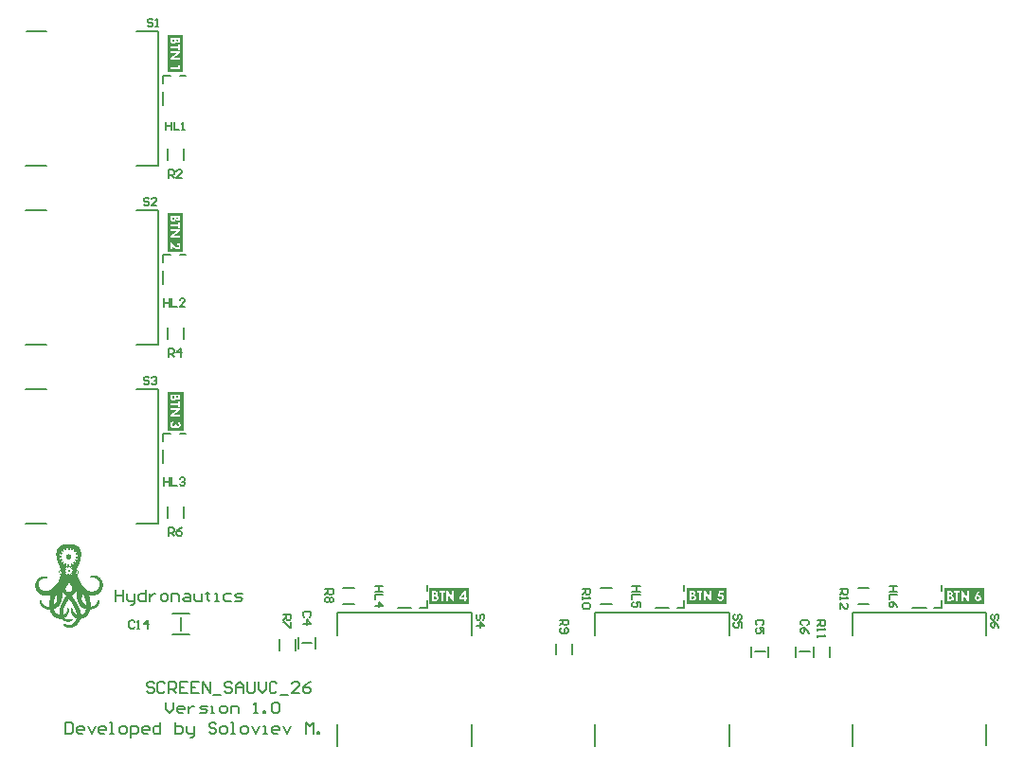
<source format=gto>
G04*
G04 #@! TF.GenerationSoftware,Altium Limited,Altium Designer,23.3.1 (30)*
G04*
G04 Layer_Color=65535*
%FSLAX44Y44*%
%MOMM*%
G71*
G04*
G04 #@! TF.SameCoordinates,351FD183-007B-45CA-81C2-1D2A0FC3FDAE*
G04*
G04*
G04 #@! TF.FilePolarity,Positive*
G04*
G01*
G75*
%ADD10C,0.1500*%
%ADD11C,0.2000*%
G36*
X44071Y183836D02*
X45004D01*
Y183743D01*
X45563D01*
Y183649D01*
X46123D01*
Y183556D01*
X46589D01*
Y183463D01*
X46963D01*
Y183369D01*
X47242D01*
Y183276D01*
X47616D01*
Y183183D01*
X47895D01*
Y183090D01*
X48082D01*
Y182996D01*
X48362D01*
Y182903D01*
X48548D01*
Y182810D01*
X48828D01*
Y182716D01*
X49015D01*
Y182623D01*
X49108D01*
Y182530D01*
X49295D01*
Y182437D01*
X49481D01*
Y182343D01*
X49668D01*
Y182250D01*
X49854D01*
Y182157D01*
X49948D01*
Y182063D01*
X50041D01*
Y181970D01*
X50228D01*
Y181877D01*
X50321D01*
Y181784D01*
X50507D01*
Y181690D01*
X50601D01*
Y181597D01*
X50694D01*
Y181504D01*
X50787D01*
Y181410D01*
X50881D01*
Y181317D01*
X50974D01*
Y181224D01*
X51067D01*
Y181131D01*
X51160D01*
Y181037D01*
X51254D01*
Y180944D01*
X51347D01*
Y180851D01*
X51440D01*
Y180757D01*
X51534D01*
Y180664D01*
X51627D01*
Y180571D01*
X51720D01*
Y180384D01*
X51813D01*
Y180291D01*
X51907D01*
Y180105D01*
X52000D01*
Y180011D01*
X52093D01*
Y179825D01*
X52187D01*
Y179731D01*
X52280D01*
Y179545D01*
X52373D01*
Y179358D01*
X52466D01*
Y179172D01*
X52560D01*
Y178985D01*
X52653D01*
Y178705D01*
X52746D01*
Y178425D01*
X52839D01*
Y178239D01*
X52933D01*
Y177866D01*
X53026D01*
Y177493D01*
X53119D01*
Y177119D01*
X53213D01*
Y176560D01*
X53306D01*
Y175534D01*
X53399D01*
Y174228D01*
X53306D01*
Y173015D01*
X53213D01*
Y172269D01*
X53119D01*
Y171709D01*
X53026D01*
Y171243D01*
X52933D01*
Y170776D01*
X52839D01*
Y170310D01*
X52746D01*
Y169937D01*
X52653D01*
Y169563D01*
X52560D01*
Y169284D01*
X52466D01*
Y168910D01*
X52373D01*
Y168631D01*
X52280D01*
Y168351D01*
X52187D01*
Y167978D01*
X52093D01*
Y167698D01*
X52000D01*
Y167418D01*
X51907D01*
Y167138D01*
X51813D01*
Y166858D01*
X51720D01*
Y166672D01*
X51627D01*
Y166392D01*
X51534D01*
Y166112D01*
X51440D01*
Y165832D01*
X51347D01*
Y165646D01*
X51254D01*
Y165366D01*
X51160D01*
Y165179D01*
X51067D01*
Y164899D01*
X50974D01*
Y164713D01*
X50881D01*
Y164526D01*
X50787D01*
Y164246D01*
X50694D01*
Y164060D01*
X50601D01*
Y163873D01*
X50507D01*
Y163687D01*
X50414D01*
Y163407D01*
X50321D01*
Y163220D01*
X50228D01*
Y163034D01*
X50134D01*
Y162847D01*
X50041D01*
Y162660D01*
X49948D01*
Y162474D01*
X49854D01*
Y162287D01*
X49761D01*
Y162101D01*
X49668D01*
Y161914D01*
X49575D01*
Y161728D01*
X49481D01*
Y161541D01*
X49388D01*
Y161261D01*
X49575D01*
Y161168D01*
X49668D01*
Y161075D01*
X49761D01*
Y160981D01*
X49854D01*
Y160888D01*
X49948D01*
Y160795D01*
X50041D01*
Y160702D01*
X50134D01*
Y160608D01*
X50228D01*
Y160515D01*
X50321D01*
Y160328D01*
X50414D01*
Y160235D01*
X50507D01*
Y160049D01*
X50601D01*
Y159862D01*
X50694D01*
Y159582D01*
X50787D01*
Y159302D01*
X50881D01*
Y158090D01*
X50787D01*
Y157810D01*
X50694D01*
Y157530D01*
X50601D01*
Y157343D01*
X50507D01*
Y157250D01*
X50414D01*
Y157063D01*
X50321D01*
Y156784D01*
X50228D01*
Y156597D01*
X50134D01*
Y156317D01*
X50041D01*
Y156131D01*
X49948D01*
Y155851D01*
X50041D01*
Y155571D01*
X50134D01*
Y155384D01*
X50228D01*
Y155105D01*
X50321D01*
Y154825D01*
X50414D01*
Y154638D01*
X50507D01*
Y154358D01*
X50601D01*
Y154172D01*
X50694D01*
Y153892D01*
X50787D01*
Y153705D01*
X50881D01*
Y153519D01*
X50974D01*
Y153239D01*
X51067D01*
Y153052D01*
X51160D01*
Y152866D01*
X51254D01*
Y152586D01*
X51347D01*
Y152399D01*
X51440D01*
Y152213D01*
X51534D01*
Y152026D01*
X51627D01*
Y151746D01*
X51720D01*
Y151560D01*
X51813D01*
Y151373D01*
X51907D01*
Y151187D01*
X52000D01*
Y151000D01*
X52093D01*
Y150813D01*
X52187D01*
Y150627D01*
X52280D01*
Y150440D01*
X52373D01*
Y150254D01*
X52466D01*
Y150067D01*
X52560D01*
Y149881D01*
X52653D01*
Y149694D01*
X52746D01*
Y149507D01*
X52839D01*
Y149414D01*
X52933D01*
Y149228D01*
X53026D01*
Y149041D01*
X53119D01*
Y148855D01*
X53213D01*
Y148761D01*
X53306D01*
Y148575D01*
X53399D01*
Y148388D01*
X53492D01*
Y148202D01*
X53586D01*
Y148108D01*
X53679D01*
Y147922D01*
X53772D01*
Y147828D01*
X53866D01*
Y147642D01*
X53959D01*
Y147549D01*
X54052D01*
Y147362D01*
X54145D01*
Y147175D01*
X54239D01*
Y147082D01*
X54332D01*
Y146896D01*
X54425D01*
Y146802D01*
X54519D01*
Y146709D01*
X54612D01*
Y146522D01*
X54705D01*
Y146429D01*
X54798D01*
Y146243D01*
X54892D01*
Y146149D01*
X54985D01*
Y146056D01*
X55078D01*
Y145869D01*
X55172D01*
Y145776D01*
X55265D01*
Y145683D01*
X55358D01*
Y145590D01*
X55451D01*
Y145496D01*
X55545D01*
Y145310D01*
X55638D01*
Y145216D01*
X55731D01*
Y145123D01*
X55825D01*
Y145030D01*
X55918D01*
Y144937D01*
X56011D01*
Y144750D01*
X56104D01*
Y144657D01*
X56198D01*
Y144563D01*
X56291D01*
Y144470D01*
X56384D01*
Y144377D01*
X56478D01*
Y144284D01*
X56571D01*
Y144190D01*
X56664D01*
Y144097D01*
X56757D01*
Y144004D01*
X56851D01*
Y143910D01*
X56944D01*
Y143817D01*
X57037D01*
Y143724D01*
X57131D01*
Y143631D01*
X57317D01*
Y143537D01*
X57410D01*
Y143444D01*
X57504D01*
Y143351D01*
X57597D01*
Y143257D01*
X57690D01*
Y143164D01*
X57877D01*
Y143071D01*
X57970D01*
Y142978D01*
X58063D01*
Y142884D01*
X58250D01*
Y142791D01*
X58343D01*
Y142698D01*
X58530D01*
Y142605D01*
X58623D01*
Y142511D01*
X58810D01*
Y142418D01*
X58996D01*
Y142325D01*
X59183D01*
Y142231D01*
X59276D01*
Y142138D01*
X59556D01*
Y142045D01*
X59742D01*
Y141952D01*
X59929D01*
Y141858D01*
X60209D01*
Y141765D01*
X60489D01*
Y141672D01*
X60862D01*
Y141578D01*
X61328D01*
Y141485D01*
X62168D01*
Y141392D01*
X63287D01*
Y141485D01*
X64220D01*
Y141578D01*
X64687D01*
Y141672D01*
X65060D01*
Y141765D01*
X65339D01*
Y141858D01*
X65619D01*
Y141952D01*
X65899D01*
Y142045D01*
X66086D01*
Y142138D01*
X66272D01*
Y142231D01*
X66459D01*
Y142325D01*
X66645D01*
Y142418D01*
X66739D01*
Y142511D01*
X66925D01*
Y142605D01*
X67019D01*
Y142698D01*
X67205D01*
Y142791D01*
X67298D01*
Y142884D01*
X67392D01*
Y142978D01*
X67485D01*
Y143071D01*
X67578D01*
Y143164D01*
X67672D01*
Y143257D01*
X67765D01*
Y143351D01*
X67858D01*
Y143444D01*
X67951D01*
Y143537D01*
X68045D01*
Y143631D01*
X68138D01*
Y143724D01*
X68231D01*
Y143817D01*
X68325D01*
Y144004D01*
X68418D01*
Y144097D01*
X68511D01*
Y144284D01*
X68604D01*
Y144470D01*
X68698D01*
Y144563D01*
X68791D01*
Y144750D01*
X68884D01*
Y144937D01*
X68978D01*
Y145216D01*
X69071D01*
Y145403D01*
X69164D01*
Y145683D01*
X69257D01*
Y145963D01*
X69351D01*
Y146336D01*
X69444D01*
Y146896D01*
X69537D01*
Y148948D01*
X69444D01*
Y149507D01*
X69351D01*
Y149787D01*
X69257D01*
Y150160D01*
X69164D01*
Y150440D01*
X69071D01*
Y150627D01*
X68978D01*
Y150813D01*
X68884D01*
Y151000D01*
X68791D01*
Y151187D01*
X68698D01*
Y151373D01*
X68604D01*
Y151466D01*
X68511D01*
Y151560D01*
X68418D01*
Y151746D01*
X68325D01*
Y151840D01*
X68231D01*
Y151933D01*
X68138D01*
Y152026D01*
X68045D01*
Y152119D01*
X67951D01*
Y152213D01*
X67858D01*
Y152306D01*
X67765D01*
Y152399D01*
X67672D01*
Y152493D01*
X67485D01*
Y152586D01*
X67392D01*
Y152679D01*
X67298D01*
Y152772D01*
X67112D01*
Y152866D01*
X67019D01*
Y152959D01*
X66832D01*
Y153052D01*
X66645D01*
Y153146D01*
X66459D01*
Y153239D01*
X66179D01*
Y153332D01*
X65992D01*
Y153425D01*
X65713D01*
Y153519D01*
X65433D01*
Y153612D01*
X65060D01*
Y153705D01*
X64687D01*
Y153799D01*
X64127D01*
Y153892D01*
X62075D01*
Y153985D01*
X61888D01*
Y154078D01*
X61701D01*
Y154265D01*
X61608D01*
Y154545D01*
X61701D01*
Y154731D01*
X61795D01*
Y154918D01*
X61888D01*
Y155011D01*
X61981D01*
Y155105D01*
X62168D01*
Y155198D01*
X62261D01*
Y155291D01*
X62448D01*
Y155384D01*
X62634D01*
Y155478D01*
X62914D01*
Y155571D01*
X63287D01*
Y155664D01*
X63847D01*
Y155757D01*
X65433D01*
Y155664D01*
X65992D01*
Y155571D01*
X66366D01*
Y155478D01*
X66739D01*
Y155384D01*
X67019D01*
Y155291D01*
X67298D01*
Y155198D01*
X67578D01*
Y155105D01*
X67765D01*
Y155011D01*
X67951D01*
Y154918D01*
X68138D01*
Y154825D01*
X68325D01*
Y154731D01*
X68511D01*
Y154638D01*
X68604D01*
Y154545D01*
X68791D01*
Y154452D01*
X68978D01*
Y154358D01*
X69071D01*
Y154265D01*
X69257D01*
Y154172D01*
X69351D01*
Y154078D01*
X69444D01*
Y153985D01*
X69537D01*
Y153892D01*
X69724D01*
Y153799D01*
X69817D01*
Y153705D01*
X69910D01*
Y153612D01*
X70004D01*
Y153519D01*
X70097D01*
Y153425D01*
X70190D01*
Y153332D01*
X70284D01*
Y153239D01*
X70377D01*
Y153146D01*
X70470D01*
Y153052D01*
X70563D01*
Y152959D01*
X70657D01*
Y152866D01*
X70750D01*
Y152679D01*
X70843D01*
Y152586D01*
X70937D01*
Y152493D01*
X71030D01*
Y152399D01*
X71123D01*
Y152213D01*
X71216D01*
Y152119D01*
X71310D01*
Y151933D01*
X71403D01*
Y151746D01*
X71496D01*
Y151653D01*
X71589D01*
Y151466D01*
X71683D01*
Y151280D01*
X71776D01*
Y151093D01*
X71869D01*
Y150907D01*
X71963D01*
Y150720D01*
X72056D01*
Y150440D01*
X72149D01*
Y150254D01*
X72242D01*
Y149974D01*
X72336D01*
Y149694D01*
X72429D01*
Y149414D01*
X72522D01*
Y149041D01*
X72616D01*
Y148575D01*
X72709D01*
Y148015D01*
X72802D01*
Y145590D01*
X72709D01*
Y145030D01*
X72616D01*
Y144657D01*
X72522D01*
Y144284D01*
X72429D01*
Y144004D01*
X72336D01*
Y143724D01*
X72242D01*
Y143444D01*
X72149D01*
Y143257D01*
X72056D01*
Y142978D01*
X71963D01*
Y142791D01*
X71869D01*
Y142605D01*
X71776D01*
Y142418D01*
X71683D01*
Y142231D01*
X71589D01*
Y142138D01*
X71496D01*
Y141952D01*
X71403D01*
Y141765D01*
X71310D01*
Y141672D01*
X71216D01*
Y141485D01*
X71123D01*
Y141392D01*
X71030D01*
Y141205D01*
X70937D01*
Y141112D01*
X70843D01*
Y140925D01*
X70750D01*
Y140832D01*
X70657D01*
Y140739D01*
X70563D01*
Y140646D01*
X70470D01*
Y140552D01*
X70377D01*
Y140366D01*
X70284D01*
Y140272D01*
X70190D01*
Y140179D01*
X70097D01*
Y140086D01*
X70004D01*
Y139993D01*
X69817D01*
Y139899D01*
X69724D01*
Y139806D01*
X69631D01*
Y139713D01*
X69537D01*
Y139619D01*
X69351D01*
Y139526D01*
X69257D01*
Y139433D01*
X69164D01*
Y139340D01*
X68978D01*
Y139246D01*
X68791D01*
Y139153D01*
X68698D01*
Y139060D01*
X68511D01*
Y138966D01*
X68325D01*
Y138873D01*
X68138D01*
Y138780D01*
X67951D01*
Y138687D01*
X67672D01*
Y138593D01*
X67485D01*
Y138500D01*
X67205D01*
Y138407D01*
X66925D01*
Y138313D01*
X66645D01*
Y138220D01*
X66366D01*
Y138127D01*
X65992D01*
Y138034D01*
X65526D01*
Y137940D01*
X65060D01*
Y137847D01*
X64407D01*
Y137754D01*
X63567D01*
Y137660D01*
X61981D01*
Y137567D01*
X61422D01*
Y137660D01*
X60582D01*
Y137474D01*
X60675D01*
Y137101D01*
X60769D01*
Y136728D01*
X60862D01*
Y136261D01*
X60955D01*
Y135888D01*
X61048D01*
Y135422D01*
X61142D01*
Y134955D01*
X61235D01*
Y134489D01*
X61328D01*
Y133929D01*
X61422D01*
Y133369D01*
X61515D01*
Y132716D01*
X61608D01*
Y132063D01*
X61701D01*
Y131037D01*
X61795D01*
Y127959D01*
X62728D01*
Y128052D01*
X63287D01*
Y128146D01*
X63754D01*
Y128239D01*
X64034D01*
Y128332D01*
X64313D01*
Y128425D01*
X64500D01*
Y128519D01*
X64687D01*
Y128612D01*
X64873D01*
Y128705D01*
X65060D01*
Y128799D01*
X65246D01*
Y128892D01*
X65339D01*
Y128985D01*
X65526D01*
Y129078D01*
X65619D01*
Y129172D01*
X65713D01*
Y129265D01*
X65806D01*
Y129358D01*
X65899D01*
Y129452D01*
X66086D01*
Y129545D01*
X66179D01*
Y129638D01*
X66272D01*
Y129825D01*
X66366D01*
Y129918D01*
X66459D01*
Y130011D01*
X66552D01*
Y130105D01*
X66645D01*
Y130291D01*
X66739D01*
Y130384D01*
X66832D01*
Y130478D01*
X66925D01*
Y130664D01*
X67019D01*
Y130851D01*
X67112D01*
Y130944D01*
X67205D01*
Y131131D01*
X67298D01*
Y131317D01*
X67392D01*
Y131597D01*
X67485D01*
Y131784D01*
X67578D01*
Y132063D01*
X67672D01*
Y132437D01*
X67765D01*
Y133090D01*
X67858D01*
Y133369D01*
X67951D01*
Y133556D01*
X68045D01*
Y133743D01*
X68138D01*
Y133836D01*
X68231D01*
Y133929D01*
X68698D01*
Y133836D01*
X68884D01*
Y133743D01*
X68978D01*
Y133649D01*
X69071D01*
Y133556D01*
X69164D01*
Y133463D01*
X69257D01*
Y133276D01*
X69351D01*
Y133090D01*
X69444D01*
Y132716D01*
X69537D01*
Y131317D01*
X69444D01*
Y130851D01*
X69351D01*
Y130571D01*
X69257D01*
Y130291D01*
X69164D01*
Y130011D01*
X69071D01*
Y129825D01*
X68978D01*
Y129638D01*
X68884D01*
Y129452D01*
X68791D01*
Y129265D01*
X68698D01*
Y129172D01*
X68604D01*
Y128985D01*
X68511D01*
Y128892D01*
X68418D01*
Y128705D01*
X68325D01*
Y128612D01*
X68231D01*
Y128519D01*
X68138D01*
Y128332D01*
X68045D01*
Y128239D01*
X67951D01*
Y128146D01*
X67858D01*
Y128052D01*
X67765D01*
Y127959D01*
X67672D01*
Y127866D01*
X67578D01*
Y127772D01*
X67485D01*
Y127679D01*
X67392D01*
Y127586D01*
X67298D01*
Y127493D01*
X67205D01*
Y127399D01*
X67019D01*
Y127306D01*
X66925D01*
Y127213D01*
X66832D01*
Y127119D01*
X66645D01*
Y127026D01*
X66552D01*
Y126933D01*
X66366D01*
Y126840D01*
X66272D01*
Y126746D01*
X66086D01*
Y126653D01*
X65992D01*
Y126560D01*
X65806D01*
Y126466D01*
X65619D01*
Y126373D01*
X65433D01*
Y126280D01*
X65246D01*
Y126187D01*
X65060D01*
Y126093D01*
X64873D01*
Y126000D01*
X64593D01*
Y125907D01*
X64313D01*
Y125813D01*
X64034D01*
Y125720D01*
X63660D01*
Y125627D01*
X63287D01*
Y125534D01*
X62821D01*
Y125440D01*
X62261D01*
Y125347D01*
X61422D01*
Y125067D01*
X61328D01*
Y124694D01*
X61235D01*
Y124321D01*
X61142D01*
Y124134D01*
X61048D01*
Y123855D01*
X60955D01*
Y123668D01*
X60862D01*
Y123388D01*
X60769D01*
Y123202D01*
X60675D01*
Y123015D01*
X60582D01*
Y122828D01*
X60489D01*
Y122642D01*
X60395D01*
Y122455D01*
X60302D01*
Y122269D01*
X60209D01*
Y122082D01*
X60116D01*
Y121989D01*
X60022D01*
Y121802D01*
X59929D01*
Y121616D01*
X59836D01*
Y121522D01*
X59742D01*
Y121336D01*
X59649D01*
Y121243D01*
X59556D01*
Y121056D01*
X59463D01*
Y120963D01*
X59369D01*
Y120776D01*
X59276D01*
Y120683D01*
X59183D01*
Y120590D01*
X59089D01*
Y120403D01*
X58996D01*
Y120310D01*
X58903D01*
Y120216D01*
X58810D01*
Y120123D01*
X58716D01*
Y120030D01*
X58623D01*
Y119843D01*
X58530D01*
Y119750D01*
X58437D01*
Y119657D01*
X58343D01*
Y119563D01*
X58250D01*
Y119470D01*
X58157D01*
Y119377D01*
X58063D01*
Y119284D01*
X57970D01*
Y119190D01*
X57877D01*
Y119097D01*
X57784D01*
Y119004D01*
X57690D01*
Y118910D01*
X57504D01*
Y118817D01*
X57410D01*
Y118724D01*
X57317D01*
Y118631D01*
X57224D01*
Y118537D01*
X57037D01*
Y118444D01*
X56944D01*
Y118351D01*
X56757D01*
Y118257D01*
X56664D01*
Y118164D01*
X56478D01*
Y118071D01*
X56384D01*
Y117978D01*
X56198D01*
Y117884D01*
X56011D01*
Y117791D01*
X55825D01*
Y117698D01*
X55638D01*
Y117605D01*
X55451D01*
Y117511D01*
X55265D01*
Y117418D01*
X54985D01*
Y117325D01*
X54705D01*
Y117231D01*
X54332D01*
Y117138D01*
X53959D01*
Y117045D01*
X53399D01*
Y116952D01*
X52746D01*
Y116858D01*
X52653D01*
Y116578D01*
X52560D01*
Y116392D01*
X52466D01*
Y116205D01*
X52373D01*
Y116019D01*
X52280D01*
Y115832D01*
X52187D01*
Y115739D01*
X52093D01*
Y115552D01*
X52000D01*
Y115366D01*
X51907D01*
Y115179D01*
X51813D01*
Y115086D01*
X51720D01*
Y114899D01*
X51627D01*
Y114713D01*
X51534D01*
Y114526D01*
X51440D01*
Y114433D01*
X51347D01*
Y114246D01*
X51254D01*
Y114060D01*
X51160D01*
Y113966D01*
X51067D01*
Y113780D01*
X50974D01*
Y113593D01*
X50881D01*
Y113500D01*
X50787D01*
Y113313D01*
X50694D01*
Y113127D01*
X50601D01*
Y113034D01*
X50507D01*
Y112847D01*
X50414D01*
Y112660D01*
X50321D01*
Y112567D01*
X50228D01*
Y112381D01*
X50134D01*
Y112287D01*
X50041D01*
Y112194D01*
X49948D01*
Y112007D01*
X49854D01*
Y111914D01*
X49761D01*
Y111821D01*
X49668D01*
Y111728D01*
X49575D01*
Y111541D01*
X49481D01*
Y111448D01*
X49388D01*
Y111355D01*
X49295D01*
Y111261D01*
X49201D01*
Y111168D01*
X49108D01*
Y111075D01*
X49015D01*
Y110981D01*
X48828D01*
Y110888D01*
X48735D01*
Y110795D01*
X48642D01*
Y110702D01*
X48548D01*
Y110608D01*
X48362D01*
Y110515D01*
X48269D01*
Y110422D01*
X48175D01*
Y110328D01*
X47989D01*
Y110235D01*
X47895D01*
Y110142D01*
X47709D01*
Y110049D01*
X47522D01*
Y109955D01*
X47336D01*
Y109862D01*
X47149D01*
Y109769D01*
X46963D01*
Y109675D01*
X46776D01*
Y109582D01*
X46589D01*
Y109489D01*
X46310D01*
Y109396D01*
X46030D01*
Y109302D01*
X45750D01*
Y109209D01*
X45377D01*
Y109116D01*
X44910D01*
Y109022D01*
X44444D01*
Y108929D01*
X42019D01*
Y109022D01*
X41366D01*
Y109116D01*
X40992D01*
Y109209D01*
X40619D01*
Y109302D01*
X40339D01*
Y109396D01*
X40060D01*
Y109489D01*
X39780D01*
Y109582D01*
X39593D01*
Y109675D01*
X39407D01*
Y109769D01*
X39220D01*
Y109862D01*
X39127D01*
Y109955D01*
X38940D01*
Y110049D01*
X38847D01*
Y110142D01*
X38660D01*
Y110235D01*
X38567D01*
Y110328D01*
X38474D01*
Y110422D01*
X38381D01*
Y110515D01*
X38194D01*
Y110702D01*
X38101D01*
Y110795D01*
X38007D01*
Y110888D01*
X37914D01*
Y110981D01*
X37821D01*
Y111168D01*
X37728D01*
Y111355D01*
X37634D01*
Y111634D01*
X37541D01*
Y112007D01*
X37634D01*
Y112101D01*
X37728D01*
Y112194D01*
X37914D01*
Y112287D01*
X39034D01*
Y112194D01*
X39500D01*
Y112101D01*
X39873D01*
Y112007D01*
X40153D01*
Y111914D01*
X40526D01*
Y111821D01*
X40806D01*
Y111728D01*
X41086D01*
Y111634D01*
X41366D01*
Y111541D01*
X41739D01*
Y111448D01*
X42392D01*
Y111355D01*
X42578D01*
Y111448D01*
X43511D01*
Y111541D01*
X43884D01*
Y111634D01*
X44164D01*
Y111728D01*
X44351D01*
Y111821D01*
X44537D01*
Y111914D01*
X44817D01*
Y112007D01*
X44910D01*
Y112101D01*
X45097D01*
Y112194D01*
X45284D01*
Y112287D01*
X45377D01*
Y112381D01*
X45563D01*
Y112474D01*
X45657D01*
Y112567D01*
X45750D01*
Y112660D01*
X45937D01*
Y112754D01*
X46030D01*
Y112847D01*
X46123D01*
Y112940D01*
X46216D01*
Y113034D01*
X46310D01*
Y113127D01*
X46403D01*
Y113220D01*
X46496D01*
Y113313D01*
X46589D01*
Y113407D01*
X46683D01*
Y113500D01*
X46776D01*
Y113593D01*
X46869D01*
Y113687D01*
X46963D01*
Y113780D01*
X47056D01*
Y113873D01*
X47149D01*
Y113966D01*
X47242D01*
Y114060D01*
X47336D01*
Y114246D01*
X47429D01*
Y114340D01*
X47522D01*
Y114433D01*
X47616D01*
Y114526D01*
X47709D01*
Y114713D01*
X47802D01*
Y114806D01*
X47895D01*
Y114899D01*
X47989D01*
Y115086D01*
X48082D01*
Y115179D01*
X48175D01*
Y115366D01*
X48269D01*
Y115552D01*
X48362D01*
Y115646D01*
X48455D01*
Y115832D01*
X48548D01*
Y116019D01*
X48642D01*
Y116205D01*
X48735D01*
Y116299D01*
X48828D01*
Y116578D01*
X48922D01*
Y116765D01*
X49015D01*
Y116952D01*
X49108D01*
Y117231D01*
X49201D01*
Y117325D01*
X49015D01*
Y117418D01*
X48735D01*
Y117511D01*
X48548D01*
Y117605D01*
X48269D01*
Y117698D01*
X48175D01*
Y117791D01*
X47989D01*
Y117884D01*
X47802D01*
Y117978D01*
X47616D01*
Y118071D01*
X47522D01*
Y118164D01*
X47336D01*
Y118257D01*
X47242D01*
Y118351D01*
X47149D01*
Y118444D01*
X46963D01*
Y118537D01*
X46869D01*
Y118631D01*
X46776D01*
Y118724D01*
X46683D01*
Y118817D01*
X46589D01*
Y118910D01*
X46496D01*
Y119004D01*
X46403D01*
Y119097D01*
X46310D01*
Y119190D01*
X46216D01*
Y119284D01*
X46123D01*
Y119377D01*
X46030D01*
Y119470D01*
X45937D01*
Y119563D01*
X45843D01*
Y119657D01*
X45750D01*
Y119843D01*
X45657D01*
Y119937D01*
X45563D01*
Y120030D01*
X45470D01*
Y120216D01*
X45377D01*
Y120310D01*
X45284D01*
Y120496D01*
X45190D01*
Y120683D01*
X45097D01*
Y120869D01*
X45004D01*
Y120963D01*
X44910D01*
Y121149D01*
X44817D01*
Y121336D01*
X44724D01*
Y121616D01*
X44631D01*
Y121802D01*
X44537D01*
Y122082D01*
X44444D01*
Y122362D01*
X44351D01*
Y122642D01*
X44257D01*
Y123015D01*
X44164D01*
Y123388D01*
X44071D01*
Y124041D01*
X43978D01*
Y125254D01*
X44071D01*
Y125720D01*
X44164D01*
Y125907D01*
X44257D01*
Y126093D01*
X44351D01*
Y126187D01*
X44444D01*
Y126280D01*
X44537D01*
Y126373D01*
X44631D01*
Y126466D01*
X44817D01*
Y126560D01*
X45097D01*
Y126466D01*
X45284D01*
Y126373D01*
X45377D01*
Y126187D01*
X45470D01*
Y126000D01*
X45563D01*
Y125720D01*
X45657D01*
Y125160D01*
X45750D01*
Y124694D01*
X45843D01*
Y124507D01*
X45937D01*
Y124228D01*
X46030D01*
Y123948D01*
X46123D01*
Y123761D01*
X46216D01*
Y123668D01*
X46310D01*
Y123481D01*
X46403D01*
Y123295D01*
X46496D01*
Y123108D01*
X46589D01*
Y123015D01*
X46683D01*
Y122828D01*
X46776D01*
Y122735D01*
X46869D01*
Y122642D01*
X46963D01*
Y122549D01*
X47056D01*
Y122362D01*
X47149D01*
Y122269D01*
X47242D01*
Y122175D01*
X47336D01*
Y122082D01*
X47429D01*
Y121989D01*
X47522D01*
Y121896D01*
X47709D01*
Y121802D01*
X47802D01*
Y121709D01*
X47895D01*
Y121616D01*
X48082D01*
Y121522D01*
X48175D01*
Y121429D01*
X48362D01*
Y121336D01*
X48455D01*
Y121243D01*
X48642D01*
Y121149D01*
X48828D01*
Y121056D01*
X49108D01*
Y120963D01*
X49295D01*
Y120869D01*
X49388D01*
Y121056D01*
X49295D01*
Y121522D01*
X49201D01*
Y121989D01*
X49108D01*
Y122362D01*
X49015D01*
Y122735D01*
X48922D01*
Y123015D01*
X48828D01*
Y123295D01*
X48735D01*
Y123575D01*
X48642D01*
Y123855D01*
X48548D01*
Y124134D01*
X48455D01*
Y124414D01*
X48362D01*
Y124601D01*
X48269D01*
Y124881D01*
X48175D01*
Y125067D01*
X48082D01*
Y125347D01*
X47989D01*
Y125534D01*
X47895D01*
Y125720D01*
X47802D01*
Y126000D01*
X47709D01*
Y126187D01*
X47616D01*
Y126373D01*
X47522D01*
Y126560D01*
X47429D01*
Y126746D01*
X47336D01*
Y126933D01*
X47242D01*
Y127119D01*
X47149D01*
Y127306D01*
X47056D01*
Y127493D01*
X46963D01*
Y127679D01*
X46869D01*
Y127866D01*
X46776D01*
Y128052D01*
X46683D01*
Y128239D01*
X46589D01*
Y128425D01*
X46496D01*
Y128519D01*
X46403D01*
Y128705D01*
X46310D01*
Y128892D01*
X46216D01*
Y129078D01*
X46123D01*
Y129265D01*
X46030D01*
Y129358D01*
X45937D01*
Y129545D01*
X45843D01*
Y129731D01*
X45750D01*
Y129825D01*
X45657D01*
Y130011D01*
X45563D01*
Y130198D01*
X45470D01*
Y130291D01*
X45377D01*
Y130478D01*
X45284D01*
Y130664D01*
X45190D01*
Y130757D01*
X45097D01*
Y130944D01*
X45004D01*
Y131131D01*
X44910D01*
Y131224D01*
X44817D01*
Y131410D01*
X44724D01*
Y131504D01*
X44631D01*
Y131690D01*
X44537D01*
Y131784D01*
X44444D01*
Y131970D01*
X44351D01*
Y132063D01*
X44257D01*
Y132250D01*
X44164D01*
Y132343D01*
X44071D01*
Y132530D01*
X43978D01*
Y132623D01*
X43884D01*
Y132810D01*
X43791D01*
Y132903D01*
X43698D01*
Y133090D01*
X43604D01*
Y133183D01*
X43511D01*
Y133276D01*
X43418D01*
Y133463D01*
X43325D01*
Y133556D01*
X43231D01*
Y133743D01*
X43138D01*
Y133836D01*
X43045D01*
Y133929D01*
X42951D01*
Y134116D01*
X42858D01*
Y134209D01*
X42765D01*
Y134302D01*
X42672D01*
Y134489D01*
X42578D01*
Y134582D01*
X42485D01*
Y134675D01*
X42392D01*
Y134489D01*
X42298D01*
Y134396D01*
X42205D01*
Y134302D01*
X42112D01*
Y134116D01*
X42019D01*
Y134022D01*
X41925D01*
Y133929D01*
X41832D01*
Y133743D01*
X41739D01*
Y133649D01*
X41645D01*
Y133556D01*
X41552D01*
Y133369D01*
X41459D01*
Y133276D01*
X41366D01*
Y133090D01*
X41272D01*
Y132996D01*
X41179D01*
Y132810D01*
X41086D01*
Y132716D01*
X40992D01*
Y132530D01*
X40899D01*
Y132437D01*
X40806D01*
Y132250D01*
X40713D01*
Y132157D01*
X40619D01*
Y131970D01*
X40526D01*
Y131877D01*
X40433D01*
Y131690D01*
X40339D01*
Y131597D01*
X40246D01*
Y131410D01*
X40153D01*
Y131224D01*
X40060D01*
Y131131D01*
X39966D01*
Y130944D01*
X39873D01*
Y130757D01*
X39780D01*
Y130571D01*
X39687D01*
Y130384D01*
X39593D01*
Y130291D01*
X39500D01*
Y130105D01*
X39407D01*
Y129918D01*
X39313D01*
Y129731D01*
X39220D01*
Y129545D01*
X39127D01*
Y129358D01*
X39034D01*
Y129172D01*
X38940D01*
Y128985D01*
X38847D01*
Y128705D01*
X38754D01*
Y128519D01*
X38660D01*
Y128332D01*
X38567D01*
Y128052D01*
X38474D01*
Y127866D01*
X38381D01*
Y127586D01*
X38287D01*
Y127306D01*
X38194D01*
Y127026D01*
X38101D01*
Y126840D01*
X38007D01*
Y126466D01*
X37914D01*
Y126187D01*
X37821D01*
Y125813D01*
X37728D01*
Y125440D01*
X37634D01*
Y124974D01*
X37541D01*
Y124507D01*
X37448D01*
Y123668D01*
X37355D01*
Y122175D01*
X37448D01*
Y121429D01*
X37541D01*
Y121056D01*
X37821D01*
Y121149D01*
X38101D01*
Y121243D01*
X38381D01*
Y121336D01*
X38567D01*
Y121429D01*
X38754D01*
Y121522D01*
X38940D01*
Y121616D01*
X39034D01*
Y121709D01*
X39220D01*
Y121802D01*
X39313D01*
Y121896D01*
X39407D01*
Y121989D01*
X39593D01*
Y122082D01*
X39687D01*
Y122175D01*
X39780D01*
Y122269D01*
X39873D01*
Y122455D01*
X39966D01*
Y122549D01*
X40060D01*
Y122642D01*
X40153D01*
Y122828D01*
X40246D01*
Y122922D01*
X40339D01*
Y123108D01*
X40433D01*
Y123295D01*
X40526D01*
Y123575D01*
X40619D01*
Y123855D01*
X40713D01*
Y124228D01*
X40806D01*
Y125160D01*
X40899D01*
Y125720D01*
X40992D01*
Y126000D01*
X41086D01*
Y126187D01*
X41179D01*
Y126373D01*
X41272D01*
Y126466D01*
X41459D01*
Y126560D01*
X41739D01*
Y126466D01*
X41925D01*
Y126373D01*
X42019D01*
Y126280D01*
X42205D01*
Y126093D01*
X42298D01*
Y126000D01*
X42392D01*
Y125720D01*
X42485D01*
Y125254D01*
X42578D01*
Y124041D01*
X42485D01*
Y123388D01*
X42392D01*
Y122922D01*
X42298D01*
Y122642D01*
X42205D01*
Y122362D01*
X42112D01*
Y122082D01*
X42019D01*
Y121802D01*
X41925D01*
Y121616D01*
X41832D01*
Y121336D01*
X41739D01*
Y121149D01*
X41645D01*
Y120963D01*
X41552D01*
Y120776D01*
X41459D01*
Y120683D01*
X41366D01*
Y120496D01*
X41272D01*
Y120310D01*
X41179D01*
Y120216D01*
X41086D01*
Y120030D01*
X40992D01*
Y119937D01*
X40899D01*
Y119843D01*
X40806D01*
Y119657D01*
X40713D01*
Y119563D01*
X40619D01*
Y119470D01*
X40526D01*
Y119377D01*
X40433D01*
Y119284D01*
X40339D01*
Y119190D01*
X40246D01*
Y119097D01*
X40153D01*
Y119004D01*
X40060D01*
Y118910D01*
X39966D01*
Y118817D01*
X39873D01*
Y118724D01*
X39780D01*
Y118631D01*
X39687D01*
Y118537D01*
X39593D01*
Y118444D01*
X39407D01*
Y118351D01*
X39313D01*
Y118257D01*
X39220D01*
Y118164D01*
X39034D01*
Y118071D01*
X38940D01*
Y117978D01*
X38754D01*
Y117884D01*
X38567D01*
Y117791D01*
X38660D01*
Y117698D01*
X38754D01*
Y117605D01*
X38847D01*
Y117511D01*
X38940D01*
Y117418D01*
X39127D01*
Y117325D01*
X39220D01*
Y117231D01*
X39407D01*
Y117138D01*
X39593D01*
Y117045D01*
X39780D01*
Y116952D01*
X39966D01*
Y116858D01*
X40246D01*
Y116765D01*
X40526D01*
Y116672D01*
X40899D01*
Y116578D01*
X42951D01*
Y116672D01*
X43511D01*
Y116765D01*
X44071D01*
Y116858D01*
X44724D01*
Y116952D01*
X45284D01*
Y116858D01*
X45657D01*
Y116765D01*
X45843D01*
Y116672D01*
X45937D01*
Y116578D01*
X46030D01*
Y116205D01*
X45937D01*
Y116019D01*
X45843D01*
Y115832D01*
X45750D01*
Y115739D01*
X45657D01*
Y115646D01*
X45563D01*
Y115552D01*
X45377D01*
Y115459D01*
X45284D01*
Y115366D01*
X45190D01*
Y115272D01*
X45004D01*
Y115179D01*
X44817D01*
Y115086D01*
X44631D01*
Y114993D01*
X44444D01*
Y114899D01*
X44257D01*
Y114806D01*
X43978D01*
Y114713D01*
X43698D01*
Y114619D01*
X43418D01*
Y114526D01*
X43045D01*
Y114433D01*
X42392D01*
Y114340D01*
X40619D01*
Y114433D01*
X40060D01*
Y114526D01*
X39687D01*
Y114619D01*
X39407D01*
Y114713D01*
X39127D01*
Y114806D01*
X38940D01*
Y114899D01*
X38660D01*
Y114993D01*
X38474D01*
Y115086D01*
X38287D01*
Y115179D01*
X38101D01*
Y115272D01*
X37914D01*
Y115366D01*
X37821D01*
Y115459D01*
X37634D01*
Y115552D01*
X37541D01*
Y115646D01*
X37355D01*
Y115739D01*
X37261D01*
Y115832D01*
X37168D01*
Y115925D01*
X36981D01*
Y116019D01*
X36888D01*
Y116112D01*
X36795D01*
Y116205D01*
X36702D01*
Y116299D01*
X36608D01*
Y116392D01*
X36422D01*
Y116485D01*
X36328D01*
Y116578D01*
X36235D01*
Y116672D01*
X36142D01*
Y116765D01*
X36049D01*
Y116952D01*
X35302D01*
Y116858D01*
X34183D01*
Y116952D01*
X33437D01*
Y117045D01*
X32970D01*
Y117138D01*
X32597D01*
Y117231D01*
X32224D01*
Y117325D01*
X31944D01*
Y117418D01*
X31757D01*
Y117511D01*
X31478D01*
Y117605D01*
X31291D01*
Y117698D01*
X31105D01*
Y117791D01*
X30918D01*
Y117884D01*
X30731D01*
Y117978D01*
X30545D01*
Y118071D01*
X30358D01*
Y118164D01*
X30265D01*
Y118257D01*
X30078D01*
Y118351D01*
X29892D01*
Y118444D01*
X29799D01*
Y118537D01*
X29705D01*
Y118631D01*
X29519D01*
Y118724D01*
X29425D01*
Y118817D01*
X29239D01*
Y118910D01*
X29146D01*
Y119004D01*
X29052D01*
Y119097D01*
X28959D01*
Y119190D01*
X28866D01*
Y119284D01*
X28679D01*
Y119377D01*
X28586D01*
Y119470D01*
X28493D01*
Y119563D01*
X28399D01*
Y119657D01*
X28306D01*
Y119750D01*
X28213D01*
Y119843D01*
X28119D01*
Y119937D01*
X28026D01*
Y120030D01*
X27933D01*
Y120123D01*
X27840D01*
Y120216D01*
X27746D01*
Y120310D01*
X27653D01*
Y120496D01*
X27560D01*
Y120590D01*
X27466D01*
Y120683D01*
X27373D01*
Y120776D01*
X27280D01*
Y120963D01*
X27187D01*
Y121056D01*
X27093D01*
Y121149D01*
X27000D01*
Y121336D01*
X26907D01*
Y121429D01*
X26813D01*
Y121522D01*
X26720D01*
Y121709D01*
X26627D01*
Y121802D01*
X26534D01*
Y121989D01*
X26440D01*
Y122175D01*
X26347D01*
Y122269D01*
X26254D01*
Y122455D01*
X26160D01*
Y122642D01*
X26067D01*
Y122828D01*
X25974D01*
Y123015D01*
X25881D01*
Y123202D01*
X25787D01*
Y123388D01*
X25694D01*
Y123668D01*
X25601D01*
Y123855D01*
X25507D01*
Y124134D01*
X25414D01*
Y124414D01*
X25321D01*
Y124694D01*
X25228D01*
Y125067D01*
X25134D01*
Y125254D01*
X24388D01*
Y125347D01*
X23549D01*
Y125440D01*
X22989D01*
Y125534D01*
X22522D01*
Y125627D01*
X22149D01*
Y125720D01*
X21776D01*
Y125813D01*
X21496D01*
Y125907D01*
X21216D01*
Y126000D01*
X21030D01*
Y126093D01*
X20750D01*
Y126187D01*
X20563D01*
Y126280D01*
X20377D01*
Y126373D01*
X20190D01*
Y126466D01*
X20097D01*
Y126560D01*
X19910D01*
Y126653D01*
X19724D01*
Y126746D01*
X19537D01*
Y126840D01*
X19444D01*
Y126933D01*
X19257D01*
Y127026D01*
X19164D01*
Y127119D01*
X18978D01*
Y127213D01*
X18884D01*
Y127306D01*
X18791D01*
Y127399D01*
X18698D01*
Y127493D01*
X18605D01*
Y127586D01*
X18418D01*
Y127679D01*
X18325D01*
Y127772D01*
X18231D01*
Y127866D01*
X18138D01*
Y127959D01*
X18045D01*
Y128052D01*
X17952D01*
Y128146D01*
X17858D01*
Y128332D01*
X17765D01*
Y128425D01*
X17672D01*
Y128519D01*
X17578D01*
Y128612D01*
X17485D01*
Y128799D01*
X17392D01*
Y128892D01*
X17299D01*
Y129078D01*
X17205D01*
Y129172D01*
X17112D01*
Y129358D01*
X17019D01*
Y129545D01*
X16925D01*
Y129731D01*
X16832D01*
Y129918D01*
X16739D01*
Y130105D01*
X16645D01*
Y130384D01*
X16552D01*
Y130664D01*
X16459D01*
Y131037D01*
X16366D01*
Y131504D01*
X16272D01*
Y132530D01*
X16366D01*
Y132996D01*
X16459D01*
Y133276D01*
X16552D01*
Y133369D01*
X16645D01*
Y133556D01*
X16739D01*
Y133649D01*
X16832D01*
Y133743D01*
X17019D01*
Y133836D01*
X17205D01*
Y133929D01*
X17578D01*
Y133836D01*
X17672D01*
Y133743D01*
X17765D01*
Y133649D01*
X17858D01*
Y133463D01*
X17952D01*
Y133183D01*
X18045D01*
Y132623D01*
X18138D01*
Y132157D01*
X18231D01*
Y131877D01*
X18325D01*
Y131690D01*
X18418D01*
Y131410D01*
X18511D01*
Y131224D01*
X18605D01*
Y131037D01*
X18698D01*
Y130851D01*
X18791D01*
Y130757D01*
X18884D01*
Y130571D01*
X18978D01*
Y130384D01*
X19071D01*
Y130291D01*
X19164D01*
Y130198D01*
X19257D01*
Y130011D01*
X19351D01*
Y129918D01*
X19444D01*
Y129825D01*
X19537D01*
Y129731D01*
X19631D01*
Y129638D01*
X19724D01*
Y129545D01*
X19817D01*
Y129452D01*
X19910D01*
Y129358D01*
X20004D01*
Y129265D01*
X20097D01*
Y129172D01*
X20190D01*
Y129078D01*
X20377D01*
Y128985D01*
X20470D01*
Y128892D01*
X20657D01*
Y128799D01*
X20750D01*
Y128705D01*
X20937D01*
Y128612D01*
X21123D01*
Y128519D01*
X21310D01*
Y128425D01*
X21496D01*
Y128332D01*
X21776D01*
Y128239D01*
X22149D01*
Y128146D01*
X22522D01*
Y128052D01*
X23269D01*
Y127959D01*
X24295D01*
Y128052D01*
X24761D01*
Y131037D01*
X24855D01*
Y132063D01*
X24948D01*
Y132716D01*
X25041D01*
Y133369D01*
X25134D01*
Y133929D01*
X25228D01*
Y134489D01*
X25321D01*
Y134955D01*
X25414D01*
Y135422D01*
X25507D01*
Y135888D01*
X25601D01*
Y136261D01*
X25694D01*
Y136634D01*
X25787D01*
Y137101D01*
X25881D01*
Y137474D01*
X25974D01*
Y137754D01*
X26067D01*
Y137940D01*
X25601D01*
Y137847D01*
X24948D01*
Y137754D01*
X24108D01*
Y137660D01*
X20657D01*
Y137754D01*
X20004D01*
Y137847D01*
X19444D01*
Y137940D01*
X19071D01*
Y138034D01*
X18698D01*
Y138127D01*
X18418D01*
Y138220D01*
X18138D01*
Y138313D01*
X17858D01*
Y138407D01*
X17672D01*
Y138500D01*
X17392D01*
Y138593D01*
X17205D01*
Y138687D01*
X17019D01*
Y138780D01*
X16832D01*
Y138873D01*
X16645D01*
Y138966D01*
X16459D01*
Y139060D01*
X16366D01*
Y139153D01*
X16179D01*
Y139246D01*
X16086D01*
Y139340D01*
X15899D01*
Y139433D01*
X15806D01*
Y139526D01*
X15713D01*
Y139619D01*
X15526D01*
Y139713D01*
X15433D01*
Y139806D01*
X15339D01*
Y139899D01*
X15246D01*
Y139993D01*
X15153D01*
Y140086D01*
X15060D01*
Y140179D01*
X14873D01*
Y140272D01*
X14780D01*
Y140366D01*
X14687D01*
Y140552D01*
X14593D01*
Y140646D01*
X14500D01*
Y140739D01*
X14407D01*
Y140832D01*
X14313D01*
Y140925D01*
X14220D01*
Y141019D01*
X14127D01*
Y141205D01*
X14034D01*
Y141299D01*
X13940D01*
Y141485D01*
X13847D01*
Y141578D01*
X13754D01*
Y141672D01*
X13660D01*
Y141858D01*
X13567D01*
Y141952D01*
X13474D01*
Y142138D01*
X13381D01*
Y142325D01*
X13287D01*
Y142418D01*
X13194D01*
Y142605D01*
X13101D01*
Y142791D01*
X13007D01*
Y142978D01*
X12914D01*
Y143257D01*
X12821D01*
Y143444D01*
X12728D01*
Y143631D01*
X12634D01*
Y143910D01*
X12541D01*
Y144190D01*
X12448D01*
Y144563D01*
X12355D01*
Y145030D01*
X12261D01*
Y145590D01*
X12168D01*
Y147549D01*
X12261D01*
Y148108D01*
X12355D01*
Y148575D01*
X12448D01*
Y148948D01*
X12541D01*
Y149228D01*
X12634D01*
Y149507D01*
X12728D01*
Y149694D01*
X12821D01*
Y149974D01*
X12914D01*
Y150160D01*
X13007D01*
Y150347D01*
X13101D01*
Y150534D01*
X13194D01*
Y150720D01*
X13287D01*
Y150907D01*
X13381D01*
Y151093D01*
X13474D01*
Y151187D01*
X13567D01*
Y151373D01*
X13660D01*
Y151466D01*
X13754D01*
Y151653D01*
X13847D01*
Y151746D01*
X13940D01*
Y151933D01*
X14034D01*
Y152026D01*
X14127D01*
Y152119D01*
X14220D01*
Y152213D01*
X14313D01*
Y152306D01*
X14407D01*
Y152399D01*
X14500D01*
Y152493D01*
X14593D01*
Y152586D01*
X14687D01*
Y152679D01*
X14780D01*
Y152772D01*
X14873D01*
Y152866D01*
X14966D01*
Y152959D01*
X15060D01*
Y153052D01*
X15153D01*
Y153146D01*
X15339D01*
Y153239D01*
X15433D01*
Y153332D01*
X15526D01*
Y153425D01*
X15619D01*
Y153519D01*
X15806D01*
Y153612D01*
X15899D01*
Y153705D01*
X16086D01*
Y153799D01*
X16272D01*
Y153892D01*
X16366D01*
Y153985D01*
X16552D01*
Y154078D01*
X16739D01*
Y154172D01*
X16925D01*
Y154265D01*
X17205D01*
Y154358D01*
X17392D01*
Y154452D01*
X17578D01*
Y154545D01*
X17952D01*
Y154638D01*
X18231D01*
Y154731D01*
X18605D01*
Y154825D01*
X18978D01*
Y154918D01*
X19631D01*
Y155011D01*
X21123D01*
Y154918D01*
X21683D01*
Y154825D01*
X22056D01*
Y154731D01*
X22336D01*
Y154638D01*
X22616D01*
Y154545D01*
X22802D01*
Y154452D01*
X22896D01*
Y154358D01*
X22989D01*
Y154265D01*
X23082D01*
Y154172D01*
X23175D01*
Y154078D01*
X23269D01*
Y153892D01*
X23362D01*
Y153519D01*
X23269D01*
Y153425D01*
X23175D01*
Y153332D01*
X22896D01*
Y153239D01*
X20843D01*
Y153146D01*
X20284D01*
Y153052D01*
X19817D01*
Y152959D01*
X19444D01*
Y152866D01*
X19164D01*
Y152772D01*
X18884D01*
Y152679D01*
X18698D01*
Y152586D01*
X18418D01*
Y152493D01*
X18231D01*
Y152399D01*
X18045D01*
Y152306D01*
X17952D01*
Y152213D01*
X17765D01*
Y152119D01*
X17578D01*
Y152026D01*
X17485D01*
Y151933D01*
X17392D01*
Y151840D01*
X17205D01*
Y151746D01*
X17112D01*
Y151653D01*
X17019D01*
Y151560D01*
X16925D01*
Y151466D01*
X16832D01*
Y151373D01*
X16739D01*
Y151280D01*
X16645D01*
Y151187D01*
X16552D01*
Y151093D01*
X16459D01*
Y150907D01*
X16366D01*
Y150813D01*
X16272D01*
Y150627D01*
X16179D01*
Y150534D01*
X16086D01*
Y150347D01*
X15992D01*
Y150160D01*
X15899D01*
Y149881D01*
X15806D01*
Y149694D01*
X15713D01*
Y149321D01*
X15619D01*
Y148948D01*
X15526D01*
Y148388D01*
X15433D01*
Y147175D01*
X15526D01*
Y146522D01*
X15619D01*
Y146149D01*
X15713D01*
Y145869D01*
X15806D01*
Y145590D01*
X15899D01*
Y145310D01*
X15992D01*
Y145123D01*
X16086D01*
Y145030D01*
Y144937D01*
X16179D01*
Y144750D01*
X16272D01*
Y144563D01*
X16366D01*
Y144470D01*
X16459D01*
Y144284D01*
X16552D01*
Y144190D01*
X16645D01*
Y144097D01*
X16739D01*
Y143910D01*
X16832D01*
Y143817D01*
X16925D01*
Y143724D01*
X17019D01*
Y143631D01*
X17112D01*
Y143537D01*
X17205D01*
Y143444D01*
X17299D01*
Y143351D01*
X17392D01*
Y143257D01*
X17485D01*
Y143164D01*
X17578D01*
Y143071D01*
X17672D01*
Y142978D01*
X17765D01*
Y142884D01*
X17952D01*
Y142791D01*
X18045D01*
Y142698D01*
X18231D01*
Y142605D01*
X18325D01*
Y142511D01*
X18511D01*
Y142418D01*
X18698D01*
Y142325D01*
X18884D01*
Y142231D01*
X19071D01*
Y142138D01*
X19257D01*
Y142045D01*
X19537D01*
Y141952D01*
X19817D01*
Y141858D01*
X20190D01*
Y141765D01*
X20657D01*
Y141672D01*
X22522D01*
Y141765D01*
X22896D01*
Y141858D01*
X23269D01*
Y141952D01*
X23455D01*
Y142045D01*
X23735D01*
Y142138D01*
X24015D01*
Y142231D01*
X24202D01*
Y142325D01*
X24388D01*
Y142418D01*
X24575D01*
Y142511D01*
X24761D01*
Y142605D01*
X24948D01*
Y142698D01*
X25134D01*
Y142791D01*
X25228D01*
Y142884D01*
X25414D01*
Y142978D01*
X25601D01*
Y143071D01*
X25694D01*
Y143164D01*
X25881D01*
Y143257D01*
X26067D01*
Y143351D01*
X26160D01*
Y143444D01*
X26347D01*
Y143537D01*
X26440D01*
Y143631D01*
X26534D01*
Y143724D01*
X26720D01*
Y143817D01*
X26813D01*
Y143910D01*
X27000D01*
Y144004D01*
X27093D01*
Y144097D01*
X27187D01*
Y144190D01*
X27373D01*
Y144284D01*
X27466D01*
Y144377D01*
X27560D01*
Y144470D01*
X27653D01*
Y144563D01*
X27840D01*
Y144657D01*
X27933D01*
Y144750D01*
X28026D01*
Y144843D01*
X28119D01*
Y144937D01*
X28306D01*
Y145030D01*
X28399D01*
Y145123D01*
X28493D01*
Y145216D01*
X28586D01*
Y145310D01*
X28772D01*
Y145403D01*
X28866D01*
Y145496D01*
X28959D01*
Y145590D01*
X29052D01*
Y145683D01*
X29146D01*
Y145776D01*
X29239D01*
Y145869D01*
X29332D01*
Y145963D01*
X29425D01*
Y146056D01*
X29612D01*
Y146149D01*
X29705D01*
Y146243D01*
X29799D01*
Y146336D01*
X29892D01*
Y146429D01*
X29985D01*
Y146522D01*
X30078D01*
Y146616D01*
X30172D01*
Y146709D01*
X30265D01*
Y146802D01*
X30358D01*
Y146896D01*
X30452D01*
Y146989D01*
X30545D01*
Y147082D01*
X30638D01*
Y147175D01*
X30731D01*
Y147269D01*
X30825D01*
Y147362D01*
X30918D01*
Y147455D01*
X31011D01*
Y147549D01*
X31105D01*
Y147642D01*
X31198D01*
Y147735D01*
X31291D01*
Y147828D01*
X31384D01*
Y147922D01*
X31478D01*
Y148015D01*
X31571D01*
Y148108D01*
X31664D01*
Y148202D01*
X31757D01*
Y148388D01*
X31851D01*
Y148481D01*
X31944D01*
Y148575D01*
X32037D01*
Y148761D01*
X32131D01*
Y148855D01*
X32224D01*
Y149041D01*
X32317D01*
Y149134D01*
X32410D01*
Y149321D01*
X32504D01*
Y149507D01*
X32597D01*
Y149601D01*
X32690D01*
Y149787D01*
X32784D01*
Y149974D01*
X32877D01*
Y150160D01*
X32970D01*
Y150347D01*
X33063D01*
Y150534D01*
X33157D01*
Y150720D01*
X33250D01*
Y150907D01*
X33343D01*
Y151187D01*
X33437D01*
Y151373D01*
X33530D01*
Y151653D01*
X33623D01*
Y151933D01*
X33716D01*
Y152119D01*
X33810D01*
Y152399D01*
X33903D01*
Y152679D01*
X33996D01*
Y153052D01*
X34090D01*
Y153332D01*
X34183D01*
Y153612D01*
X34276D01*
Y153985D01*
X34369D01*
Y154358D01*
X34463D01*
Y154731D01*
X34556D01*
Y155198D01*
X34649D01*
Y155664D01*
X34743D01*
Y156037D01*
X34649D01*
Y156224D01*
X34556D01*
Y156504D01*
X34463D01*
Y156690D01*
X34369D01*
Y156784D01*
X34276D01*
Y156877D01*
X34183D01*
Y156970D01*
X34090D01*
Y157157D01*
X33996D01*
Y157343D01*
X33903D01*
Y157437D01*
X33810D01*
Y157716D01*
X33716D01*
Y157996D01*
X33623D01*
Y158649D01*
X33530D01*
Y158836D01*
X33623D01*
Y159489D01*
X33716D01*
Y159769D01*
X33810D01*
Y159955D01*
X33903D01*
Y160142D01*
X33996D01*
Y160328D01*
X34090D01*
Y160422D01*
X34183D01*
Y160515D01*
X34276D01*
Y160702D01*
X34369D01*
Y160795D01*
X34463D01*
Y160888D01*
X34556D01*
Y160981D01*
X34649D01*
Y161075D01*
X34836D01*
Y161168D01*
X34929D01*
Y161261D01*
X35022D01*
Y161355D01*
X35116D01*
Y161541D01*
X35022D01*
Y161728D01*
X34929D01*
Y161914D01*
X34836D01*
Y162101D01*
X34743D01*
Y162287D01*
X34649D01*
Y162474D01*
X34556D01*
Y162660D01*
X34463D01*
Y162847D01*
X34369D01*
Y163127D01*
X34276D01*
Y163313D01*
X34183D01*
Y163500D01*
X34090D01*
Y163687D01*
X33996D01*
Y163873D01*
X33903D01*
Y164060D01*
X33810D01*
Y164340D01*
X33716D01*
Y164526D01*
X33623D01*
Y164713D01*
X33530D01*
Y164993D01*
X33437D01*
Y165179D01*
X33343D01*
Y165459D01*
X33250D01*
Y165646D01*
X33157D01*
Y165925D01*
X33063D01*
Y166112D01*
X32970D01*
Y166392D01*
X32877D01*
Y166578D01*
X32784D01*
Y166858D01*
X32690D01*
Y167138D01*
X32597D01*
Y167418D01*
X32504D01*
Y167698D01*
X32410D01*
Y167978D01*
X32317D01*
Y168257D01*
X32224D01*
Y168537D01*
X32131D01*
Y168817D01*
X32037D01*
Y169190D01*
X31944D01*
Y169470D01*
X31851D01*
Y169843D01*
X31757D01*
Y170216D01*
X31664D01*
Y170590D01*
X31571D01*
Y171056D01*
X31478D01*
Y171522D01*
X31384D01*
Y172082D01*
X31291D01*
Y172642D01*
X31198D01*
Y173575D01*
X31105D01*
Y175907D01*
X31198D01*
Y176746D01*
X31291D01*
Y177213D01*
X31384D01*
Y177586D01*
X31478D01*
Y177959D01*
X31571D01*
Y178239D01*
X31664D01*
Y178519D01*
X31757D01*
Y178799D01*
X31851D01*
Y178985D01*
X31944D01*
Y179172D01*
X32037D01*
Y179358D01*
X32131D01*
Y179545D01*
X32224D01*
Y179731D01*
X32317D01*
Y179825D01*
X32410D01*
Y180011D01*
X32504D01*
Y180105D01*
X32597D01*
Y180291D01*
X32690D01*
Y180384D01*
X32784D01*
Y180478D01*
X32877D01*
Y180664D01*
X32970D01*
Y180757D01*
X33063D01*
Y180851D01*
X33157D01*
Y180944D01*
X33250D01*
Y181037D01*
X33343D01*
Y181131D01*
X33437D01*
Y181224D01*
X33530D01*
Y181317D01*
X33623D01*
Y181410D01*
X33716D01*
Y181504D01*
X33810D01*
Y181597D01*
X33903D01*
Y181690D01*
X33996D01*
Y181784D01*
X34183D01*
Y181877D01*
X34276D01*
Y181970D01*
X34463D01*
Y182063D01*
X34556D01*
Y182157D01*
X34743D01*
Y182250D01*
X34836D01*
Y182343D01*
X35022D01*
Y182437D01*
X35209D01*
Y182530D01*
X35396D01*
Y182623D01*
X35582D01*
Y182716D01*
X35769D01*
Y182810D01*
X35955D01*
Y182903D01*
X36235D01*
Y182996D01*
X36422D01*
Y183090D01*
X36702D01*
Y183183D01*
X36981D01*
Y183276D01*
X37355D01*
Y183369D01*
X37634D01*
Y183463D01*
X38007D01*
Y183556D01*
X38474D01*
Y183649D01*
X39034D01*
Y183743D01*
X39593D01*
Y183836D01*
X40526D01*
Y183929D01*
X44071D01*
Y183836D01*
D02*
G37*
G36*
X860076Y144668D02*
Y130332D01*
X824924D01*
Y144668D01*
X860076D01*
D02*
G37*
G36*
X630155Y130445D02*
X594845D01*
Y144555D01*
X630155D01*
Y130445D01*
D02*
G37*
G36*
X400273Y144555D02*
Y130445D01*
X364727D01*
Y144555D01*
X400273D01*
D02*
G37*
G36*
X144668Y284769D02*
X130332D01*
Y320230D01*
X144668D01*
Y284769D01*
D02*
G37*
G36*
X144555Y480193D02*
Y444807D01*
X130445D01*
Y480193D01*
X144555D01*
D02*
G37*
G36*
X144443Y639265D02*
Y605735D01*
X130557D01*
Y639265D01*
X144443D01*
D02*
G37*
%LPC*%
G36*
X43604Y180291D02*
X43511D01*
Y180011D01*
X43418D01*
Y179638D01*
X43325D01*
Y179265D01*
X43231D01*
Y178799D01*
X43138D01*
Y178705D01*
X42951D01*
Y178799D01*
X41552D01*
Y179172D01*
X41459D01*
Y179731D01*
X41366D01*
Y180291D01*
X40992D01*
Y180198D01*
X40433D01*
Y180105D01*
X40246D01*
Y179731D01*
X40339D01*
Y179172D01*
X40433D01*
Y178612D01*
X40339D01*
Y178519D01*
X40060D01*
Y178425D01*
X39780D01*
Y178332D01*
X39500D01*
Y178239D01*
X39313D01*
Y178146D01*
X39127D01*
Y178052D01*
X39034D01*
Y178146D01*
X38940D01*
Y178239D01*
X38847D01*
Y178425D01*
X38754D01*
Y178612D01*
X38660D01*
Y178705D01*
X38567D01*
Y178892D01*
X38474D01*
Y178985D01*
X38381D01*
Y179172D01*
X38287D01*
Y179265D01*
X38194D01*
Y179358D01*
X38101D01*
Y179265D01*
X37914D01*
Y179172D01*
X37728D01*
Y179078D01*
X37634D01*
Y178985D01*
X37448D01*
Y178892D01*
X37355D01*
Y178799D01*
X37261D01*
Y178705D01*
X37355D01*
Y178519D01*
X37448D01*
Y178425D01*
X37541D01*
Y178239D01*
X37634D01*
Y178146D01*
X37728D01*
Y177959D01*
X37821D01*
Y177772D01*
X37914D01*
Y177679D01*
X38007D01*
Y177493D01*
X38101D01*
Y177399D01*
X38007D01*
Y177306D01*
X37914D01*
Y177213D01*
X37728D01*
Y177119D01*
X37634D01*
Y177026D01*
X37541D01*
Y176933D01*
X37448D01*
Y176840D01*
X37355D01*
Y176746D01*
X37261D01*
Y176653D01*
X37168D01*
Y176560D01*
X37075D01*
Y176653D01*
X36981D01*
Y176746D01*
X36795D01*
Y176840D01*
X36702D01*
Y176933D01*
X36515D01*
Y177026D01*
X36422D01*
Y177119D01*
X36235D01*
Y177213D01*
X36142D01*
Y177306D01*
X36049D01*
Y177399D01*
X35862D01*
Y177493D01*
X35769D01*
Y177399D01*
X35675D01*
Y177213D01*
X35582D01*
Y177119D01*
X35489D01*
Y176933D01*
X35396D01*
Y176840D01*
X35302D01*
Y176746D01*
X35209D01*
Y176560D01*
X35302D01*
Y176466D01*
X35396D01*
Y176373D01*
X35489D01*
Y176280D01*
X35675D01*
Y176187D01*
X35769D01*
Y176093D01*
X35955D01*
Y176000D01*
X36049D01*
Y175907D01*
X36235D01*
Y175813D01*
X36328D01*
Y175720D01*
X36422D01*
Y175627D01*
X36515D01*
Y175534D01*
X36422D01*
Y175347D01*
X36328D01*
Y175254D01*
X36235D01*
Y174974D01*
X36142D01*
Y174787D01*
X36049D01*
Y174507D01*
X35955D01*
Y174414D01*
X35582D01*
Y174507D01*
X35209D01*
Y174601D01*
X34836D01*
Y174694D01*
X34463D01*
Y174787D01*
X34369D01*
Y174414D01*
X34276D01*
Y174041D01*
X34183D01*
Y173668D01*
X34369D01*
Y173575D01*
X34743D01*
Y173481D01*
X35116D01*
Y173388D01*
X35489D01*
Y173295D01*
X35675D01*
Y172735D01*
X35582D01*
Y172082D01*
X35675D01*
Y171616D01*
X35302D01*
Y171522D01*
X34743D01*
Y171429D01*
X34183D01*
Y171336D01*
X34090D01*
Y171149D01*
X34183D01*
Y170590D01*
X34276D01*
Y170310D01*
X34743D01*
Y170403D01*
X35302D01*
Y170496D01*
X35862D01*
Y170403D01*
X35955D01*
Y170123D01*
X36049D01*
Y169843D01*
X36142D01*
Y169657D01*
X36235D01*
Y169470D01*
X36328D01*
Y169284D01*
X36422D01*
Y169190D01*
X36328D01*
Y169097D01*
X36235D01*
Y169004D01*
X36049D01*
Y168910D01*
X35862D01*
Y168817D01*
X35769D01*
Y168724D01*
X35582D01*
Y168631D01*
X35489D01*
Y168537D01*
X35302D01*
Y168444D01*
X35209D01*
Y168351D01*
X35116D01*
Y168257D01*
X35209D01*
Y168071D01*
X35302D01*
Y167978D01*
X35396D01*
Y167791D01*
X35489D01*
Y167698D01*
X35582D01*
Y167511D01*
X35675D01*
Y167418D01*
X35769D01*
Y167511D01*
X35955D01*
Y167605D01*
X36049D01*
Y167698D01*
X36235D01*
Y167791D01*
X36422D01*
Y167884D01*
X36515D01*
Y167978D01*
X36702D01*
Y168071D01*
X36795D01*
Y168164D01*
X36981D01*
Y168257D01*
X37075D01*
Y168164D01*
X37168D01*
Y168071D01*
X37261D01*
Y167978D01*
X37355D01*
Y167884D01*
X37448D01*
Y167791D01*
X37541D01*
Y167698D01*
X37634D01*
Y167605D01*
X37728D01*
Y167511D01*
X37821D01*
Y167418D01*
X37914D01*
Y167231D01*
X37821D01*
Y167045D01*
X37728D01*
Y166952D01*
X37634D01*
Y166765D01*
X37541D01*
Y166672D01*
X37448D01*
Y166578D01*
X37355D01*
Y166392D01*
X37261D01*
Y166299D01*
X37168D01*
Y166019D01*
X37261D01*
Y165925D01*
X37355D01*
Y165832D01*
X37541D01*
Y165739D01*
X37634D01*
Y165646D01*
X37821D01*
Y165552D01*
X37914D01*
Y165459D01*
X38007D01*
Y165552D01*
X38101D01*
Y165646D01*
X38194D01*
Y165739D01*
X38287D01*
Y165925D01*
X38381D01*
Y166019D01*
X38474D01*
Y166205D01*
X38567D01*
Y166299D01*
X38660D01*
Y166485D01*
X38754D01*
Y166578D01*
X38847D01*
Y166672D01*
X39034D01*
Y166578D01*
X39220D01*
Y166485D01*
X39407D01*
Y166392D01*
X39687D01*
Y166299D01*
X39873D01*
Y166205D01*
X40153D01*
Y165925D01*
X40060D01*
Y165552D01*
X39966D01*
Y165179D01*
X39873D01*
Y164806D01*
X39780D01*
Y164619D01*
X40060D01*
Y164526D01*
X40433D01*
Y164433D01*
X40806D01*
Y164340D01*
X40899D01*
Y164713D01*
X40992D01*
Y165086D01*
X41086D01*
Y165459D01*
X41179D01*
Y165832D01*
X41272D01*
Y165925D01*
X41739D01*
Y165832D01*
X42298D01*
Y165925D01*
X42578D01*
Y165832D01*
X42672D01*
Y165366D01*
X42765D01*
Y164806D01*
X42858D01*
Y164246D01*
X43138D01*
Y164340D01*
X43698D01*
Y164433D01*
X43978D01*
Y164806D01*
X43884D01*
Y165366D01*
X43791D01*
Y165925D01*
X43698D01*
Y166019D01*
X43791D01*
Y166112D01*
X43978D01*
Y166205D01*
X44257D01*
Y166299D01*
X44537D01*
Y166392D01*
X44724D01*
Y166485D01*
X44910D01*
Y166578D01*
X45190D01*
Y166485D01*
X45284D01*
Y166299D01*
X45377D01*
Y166205D01*
X45470D01*
Y166019D01*
X45563D01*
Y165925D01*
X45657D01*
Y165739D01*
X45750D01*
Y165646D01*
X45843D01*
Y165459D01*
X45937D01*
Y165272D01*
X46030D01*
Y165366D01*
X46216D01*
Y165459D01*
X46310D01*
Y165552D01*
X46496D01*
Y165646D01*
X46589D01*
Y165739D01*
X46776D01*
Y165832D01*
X46869D01*
Y166112D01*
X46776D01*
Y166205D01*
X46683D01*
Y166392D01*
X46589D01*
Y166485D01*
X46496D01*
Y166672D01*
X46403D01*
Y166765D01*
X46310D01*
Y166952D01*
X46216D01*
Y167045D01*
X46123D01*
Y167325D01*
X46216D01*
Y167418D01*
X46310D01*
Y167511D01*
X46403D01*
Y167605D01*
X46589D01*
Y167698D01*
X46683D01*
Y167791D01*
X46776D01*
Y167978D01*
X46869D01*
Y168071D01*
X46963D01*
Y168164D01*
X47242D01*
Y168071D01*
X47336D01*
Y167978D01*
X47522D01*
Y167884D01*
X47616D01*
Y167791D01*
X47802D01*
Y167698D01*
X47895D01*
Y167605D01*
X48082D01*
Y167511D01*
X48175D01*
Y167418D01*
X48269D01*
Y167325D01*
X48362D01*
Y167418D01*
X48455D01*
Y167605D01*
X48548D01*
Y167698D01*
X48642D01*
Y167791D01*
X48735D01*
Y167978D01*
X48828D01*
Y168071D01*
X48922D01*
Y168351D01*
X48828D01*
Y168444D01*
X48642D01*
Y168537D01*
X48548D01*
Y168631D01*
X48362D01*
Y168724D01*
X48269D01*
Y168817D01*
X48082D01*
Y168910D01*
X47989D01*
Y169004D01*
X47895D01*
Y169097D01*
X47709D01*
Y169190D01*
X47802D01*
Y169377D01*
X47895D01*
Y169563D01*
X47989D01*
Y169750D01*
X48082D01*
Y170030D01*
X48175D01*
Y170216D01*
X48269D01*
Y170310D01*
X48362D01*
Y170216D01*
X48828D01*
Y170123D01*
X49201D01*
Y170030D01*
X49575D01*
Y169937D01*
X49761D01*
Y170030D01*
X49854D01*
Y170403D01*
X49948D01*
Y170869D01*
X50041D01*
Y171056D01*
X49668D01*
Y171149D01*
X49295D01*
Y171243D01*
X48922D01*
Y171336D01*
X48548D01*
Y172642D01*
X48642D01*
Y172735D01*
X49108D01*
Y172828D01*
X49668D01*
Y172922D01*
X50134D01*
Y173295D01*
X50041D01*
Y173855D01*
X49948D01*
Y174041D01*
X49668D01*
Y173948D01*
X49108D01*
Y173855D01*
X48548D01*
Y173761D01*
X48455D01*
Y173855D01*
X48362D01*
Y174041D01*
X48269D01*
Y174414D01*
X48175D01*
Y174694D01*
X48082D01*
Y174881D01*
X47989D01*
Y175067D01*
X47895D01*
Y175347D01*
X47989D01*
Y175440D01*
X48175D01*
Y175534D01*
X48269D01*
Y175627D01*
X48455D01*
Y175720D01*
X48642D01*
Y175813D01*
X48735D01*
Y175907D01*
X48922D01*
Y176000D01*
X49015D01*
Y176093D01*
X49201D01*
Y176187D01*
X49108D01*
Y176373D01*
X49015D01*
Y176560D01*
X48922D01*
Y176653D01*
X48828D01*
Y176840D01*
X48735D01*
Y176933D01*
X48642D01*
Y177119D01*
X48548D01*
Y177026D01*
X48455D01*
Y176933D01*
X48269D01*
Y176840D01*
X48175D01*
Y176746D01*
X47989D01*
Y176653D01*
X47802D01*
Y176560D01*
X47709D01*
Y176466D01*
X47522D01*
Y176373D01*
X47429D01*
Y176280D01*
X47242D01*
Y176373D01*
X47149D01*
Y176466D01*
X47056D01*
Y176560D01*
X46963D01*
Y176653D01*
X46869D01*
Y176746D01*
X46776D01*
Y176840D01*
X46683D01*
Y176933D01*
X46589D01*
Y177026D01*
X46496D01*
Y177119D01*
X46403D01*
Y177213D01*
X46310D01*
Y177306D01*
X46403D01*
Y177493D01*
X46496D01*
Y177586D01*
X46589D01*
Y177772D01*
X46683D01*
Y177866D01*
X46776D01*
Y178052D01*
X46869D01*
Y178146D01*
X46963D01*
Y178239D01*
X47056D01*
Y178425D01*
X47149D01*
Y178519D01*
X47242D01*
Y178612D01*
X47149D01*
Y178705D01*
X47056D01*
Y178799D01*
X46963D01*
Y178892D01*
X46776D01*
Y178985D01*
X46683D01*
Y179078D01*
X46496D01*
Y179172D01*
X46403D01*
Y179265D01*
X46310D01*
Y179172D01*
X46216D01*
Y178985D01*
X46123D01*
Y178892D01*
X46030D01*
Y178799D01*
X45937D01*
Y178612D01*
X45843D01*
Y178519D01*
X45750D01*
Y178332D01*
X45657D01*
Y178239D01*
X45563D01*
Y178146D01*
X45470D01*
Y177959D01*
X45190D01*
Y178052D01*
X45097D01*
Y178146D01*
X44910D01*
Y178239D01*
X44631D01*
Y178332D01*
X44444D01*
Y178425D01*
X44257D01*
Y178705D01*
X44351D01*
Y179172D01*
X44444D01*
Y179545D01*
X44537D01*
Y179918D01*
X44631D01*
Y180011D01*
X44444D01*
Y180105D01*
X43978D01*
Y180198D01*
X43604D01*
Y180291D01*
D02*
G37*
G36*
X43231Y163500D02*
X43138D01*
Y163220D01*
X43045D01*
Y162847D01*
X42951D01*
Y162754D01*
X42298D01*
Y162847D01*
X42205D01*
Y163220D01*
X42112D01*
Y163500D01*
X41925D01*
Y163407D01*
X41645D01*
Y163034D01*
X41739D01*
Y162660D01*
X41459D01*
Y162567D01*
X41179D01*
Y162474D01*
X40992D01*
Y162567D01*
X40899D01*
Y162754D01*
X40806D01*
Y162940D01*
X40713D01*
Y163034D01*
X40526D01*
Y162940D01*
X40433D01*
Y162847D01*
X40246D01*
Y162754D01*
X40339D01*
Y162567D01*
X40433D01*
Y162381D01*
X40526D01*
Y162287D01*
X40619D01*
Y162101D01*
X40526D01*
Y162007D01*
X40433D01*
Y161914D01*
X40339D01*
Y161821D01*
X40246D01*
Y161728D01*
X40153D01*
Y161821D01*
X39966D01*
Y161914D01*
X39873D01*
Y162007D01*
X39780D01*
Y162101D01*
X39593D01*
Y162194D01*
X39500D01*
Y162007D01*
X39407D01*
Y161914D01*
X39313D01*
Y161728D01*
X39407D01*
Y161634D01*
X39593D01*
Y161541D01*
X39687D01*
Y161448D01*
X39780D01*
Y161355D01*
X39873D01*
Y161168D01*
X39780D01*
Y160981D01*
X39687D01*
Y160795D01*
X39220D01*
Y160888D01*
X38940D01*
Y160795D01*
X38847D01*
Y160422D01*
X39034D01*
Y160328D01*
X39407D01*
Y160235D01*
X39500D01*
Y159489D01*
X39313D01*
Y159396D01*
X38847D01*
Y159302D01*
X38754D01*
Y159209D01*
X38847D01*
Y158836D01*
X38940D01*
Y158929D01*
X39593D01*
Y158836D01*
X39687D01*
Y158649D01*
X39780D01*
Y158463D01*
X39873D01*
Y158369D01*
X39780D01*
Y158276D01*
X39687D01*
Y158183D01*
X39500D01*
Y158090D01*
X39407D01*
Y157996D01*
X39220D01*
Y157903D01*
X39313D01*
Y157810D01*
X39407D01*
Y157623D01*
X39500D01*
Y157530D01*
X39593D01*
Y157623D01*
X39687D01*
Y157716D01*
X39873D01*
Y157810D01*
X40060D01*
Y157903D01*
X40246D01*
Y157810D01*
X40339D01*
Y157716D01*
X40433D01*
Y157623D01*
X40526D01*
Y157343D01*
X40433D01*
Y157250D01*
X40339D01*
Y157063D01*
X40246D01*
Y156970D01*
X40153D01*
Y156877D01*
X40246D01*
Y156784D01*
X40433D01*
Y156690D01*
X40526D01*
Y156597D01*
X40619D01*
Y156784D01*
X40713D01*
Y156877D01*
X40806D01*
Y157063D01*
X40899D01*
Y157157D01*
X41179D01*
Y157063D01*
X41459D01*
Y156970D01*
X41552D01*
Y156597D01*
X41459D01*
Y156224D01*
X41645D01*
Y156131D01*
X41925D01*
Y156410D01*
X42019D01*
Y156784D01*
X42112D01*
Y156877D01*
X42205D01*
Y156784D01*
X42765D01*
Y156410D01*
X42858D01*
Y156037D01*
X42951D01*
Y156131D01*
X43325D01*
Y156597D01*
X43231D01*
Y156877D01*
X43325D01*
Y156970D01*
X43604D01*
Y157063D01*
X43791D01*
Y157157D01*
X43978D01*
Y156970D01*
X44071D01*
Y156784D01*
X44164D01*
Y156690D01*
X44257D01*
Y156597D01*
X44444D01*
Y156690D01*
X44537D01*
Y156784D01*
X44724D01*
Y156877D01*
X44631D01*
Y156970D01*
X44537D01*
Y157157D01*
X44444D01*
Y157343D01*
X44351D01*
Y157530D01*
X44444D01*
Y157623D01*
X44537D01*
Y157716D01*
X44631D01*
Y157810D01*
X44724D01*
Y157903D01*
X44910D01*
Y157810D01*
X45004D01*
Y157716D01*
X45097D01*
Y157623D01*
X45284D01*
Y157530D01*
X45470D01*
Y157716D01*
X45563D01*
Y157810D01*
X45657D01*
Y157903D01*
X45563D01*
Y157996D01*
X45470D01*
Y158090D01*
X45377D01*
Y158183D01*
X45190D01*
Y158276D01*
X45097D01*
Y158463D01*
X45190D01*
Y158649D01*
X45284D01*
Y158836D01*
X45657D01*
Y158743D01*
X46030D01*
Y158836D01*
X46123D01*
Y159209D01*
X45843D01*
Y159302D01*
X45470D01*
Y159955D01*
X45563D01*
Y160049D01*
X46123D01*
Y160142D01*
X46216D01*
Y160328D01*
X46123D01*
Y160608D01*
X46030D01*
Y160515D01*
X45377D01*
Y160702D01*
X45284D01*
Y160981D01*
X45190D01*
Y161261D01*
X45377D01*
Y161355D01*
X45470D01*
Y161448D01*
X45657D01*
Y161541D01*
X45750D01*
Y161634D01*
X45657D01*
Y161821D01*
X45563D01*
Y161914D01*
X45284D01*
Y161821D01*
X45190D01*
Y161728D01*
X45004D01*
Y161634D01*
X44817D01*
Y161728D01*
X44724D01*
Y161821D01*
X44631D01*
Y161914D01*
X44537D01*
Y162007D01*
X44444D01*
Y162194D01*
X44537D01*
Y162381D01*
X44631D01*
Y162474D01*
X44724D01*
Y162567D01*
X44817D01*
Y162754D01*
X44724D01*
Y162847D01*
X44631D01*
Y162940D01*
X44351D01*
Y162754D01*
X44257D01*
Y162660D01*
X44164D01*
Y162567D01*
X44071D01*
Y162381D01*
X43884D01*
Y162474D01*
X43698D01*
Y162567D01*
X43511D01*
Y163034D01*
X43604D01*
Y163407D01*
X43231D01*
Y163500D01*
D02*
G37*
G36*
X50041Y159769D02*
X49948D01*
Y159675D01*
X49854D01*
Y159582D01*
X49761D01*
Y159489D01*
X49668D01*
Y159396D01*
X49575D01*
Y159302D01*
X49481D01*
Y159209D01*
X49388D01*
Y159116D01*
X49295D01*
Y158929D01*
X49201D01*
Y158836D01*
X49108D01*
Y158743D01*
X49015D01*
Y158556D01*
X48922D01*
Y158463D01*
X48828D01*
Y158276D01*
X48735D01*
Y157996D01*
X48642D01*
Y157623D01*
X48548D01*
Y157437D01*
X48642D01*
Y157250D01*
X48735D01*
Y157157D01*
Y157063D01*
X48922D01*
Y156970D01*
X49481D01*
Y157063D01*
X49668D01*
Y157157D01*
X49761D01*
Y157250D01*
X49948D01*
Y157343D01*
X50041D01*
Y157437D01*
X50134D01*
Y157623D01*
X50228D01*
Y157716D01*
X50321D01*
Y157903D01*
X50414D01*
Y158183D01*
X50507D01*
Y158929D01*
X50414D01*
Y159209D01*
X50321D01*
Y159396D01*
X50228D01*
Y159582D01*
X50134D01*
Y159675D01*
X50041D01*
Y159769D01*
D02*
G37*
G36*
X34649D02*
X34556D01*
Y159675D01*
X34463D01*
Y159582D01*
X34369D01*
Y159396D01*
X34276D01*
Y159116D01*
X34183D01*
Y157996D01*
X34276D01*
Y157810D01*
X34369D01*
Y157623D01*
X34463D01*
Y157530D01*
X34556D01*
Y157437D01*
X34649D01*
Y157343D01*
X34743D01*
Y157250D01*
X34836D01*
Y157157D01*
X35022D01*
Y157063D01*
X35302D01*
Y156970D01*
X35675D01*
Y157063D01*
X35862D01*
Y157157D01*
X35955D01*
Y157250D01*
X36049D01*
Y157996D01*
X35955D01*
Y158183D01*
X35862D01*
Y158369D01*
X35769D01*
Y158463D01*
X35675D01*
Y158649D01*
X35582D01*
Y158743D01*
X35489D01*
Y158836D01*
X35396D01*
Y159022D01*
X35302D01*
Y159116D01*
X35209D01*
Y159209D01*
X35116D01*
Y159302D01*
X35022D01*
Y159396D01*
X34929D01*
Y159489D01*
X34836D01*
Y159582D01*
X34743D01*
Y159675D01*
X34649D01*
Y159769D01*
D02*
G37*
G36*
X42672Y148948D02*
X42392D01*
Y148855D01*
X42205D01*
Y148761D01*
X42112D01*
Y148668D01*
X42019D01*
Y148575D01*
X41925D01*
Y148388D01*
X41832D01*
Y148295D01*
X41739D01*
Y148108D01*
X41645D01*
Y148015D01*
X41552D01*
Y147828D01*
X41459D01*
Y147735D01*
X41366D01*
Y147549D01*
X41272D01*
Y147455D01*
X41179D01*
Y147269D01*
X41086D01*
Y147175D01*
X40992D01*
Y146989D01*
X40899D01*
Y146802D01*
X40806D01*
Y146709D01*
X40713D01*
Y146522D01*
X40619D01*
Y146336D01*
X40526D01*
Y146243D01*
X40433D01*
Y146056D01*
X40339D01*
Y145869D01*
X40246D01*
Y145683D01*
X40153D01*
Y145496D01*
X40060D01*
Y145310D01*
X39966D01*
Y145123D01*
X39873D01*
Y144843D01*
X39780D01*
Y144563D01*
X39687D01*
Y144284D01*
X39593D01*
Y143071D01*
X39687D01*
Y142698D01*
X39780D01*
Y142511D01*
X39873D01*
Y142325D01*
X39966D01*
Y142138D01*
X40060D01*
Y142045D01*
X40153D01*
Y141858D01*
X40246D01*
Y141765D01*
X40339D01*
Y141672D01*
X40433D01*
Y141578D01*
X40526D01*
Y141485D01*
X40619D01*
Y141392D01*
X40713D01*
Y141299D01*
X40899D01*
Y141205D01*
X41086D01*
Y141112D01*
X41179D01*
Y141019D01*
X41366D01*
Y140925D01*
X41739D01*
Y140832D01*
X42205D01*
Y140739D01*
X42858D01*
Y140832D01*
X43325D01*
Y140925D01*
X43604D01*
Y141019D01*
X43791D01*
Y141112D01*
X43978D01*
Y141205D01*
X44164D01*
Y141299D01*
X44257D01*
Y141392D01*
X44444D01*
Y141485D01*
X44537D01*
Y141578D01*
X44631D01*
Y141672D01*
X44724D01*
Y141765D01*
X44817D01*
Y141952D01*
X44910D01*
Y142045D01*
X45004D01*
Y142231D01*
X45097D01*
Y142325D01*
X45190D01*
Y142511D01*
X45284D01*
Y142791D01*
X45377D01*
Y143071D01*
X45470D01*
Y144190D01*
X45377D01*
Y144470D01*
X45284D01*
Y144750D01*
X45190D01*
Y145030D01*
X45097D01*
Y145216D01*
X45004D01*
Y145403D01*
X44910D01*
Y145590D01*
X44817D01*
Y145776D01*
X44724D01*
Y145963D01*
X44631D01*
Y146149D01*
X44537D01*
Y146336D01*
X44444D01*
Y146522D01*
X44351D01*
Y146616D01*
X44257D01*
Y146802D01*
X44164D01*
Y146989D01*
X44071D01*
Y147082D01*
X43978D01*
Y147269D01*
X43884D01*
Y147362D01*
X43791D01*
Y147549D01*
X43698D01*
Y147735D01*
X43604D01*
Y147828D01*
X43511D01*
Y148015D01*
X43418D01*
Y148108D01*
X43325D01*
Y148202D01*
X43231D01*
Y148388D01*
X43138D01*
Y148481D01*
X43045D01*
Y148668D01*
X42951D01*
Y148761D01*
X42858D01*
Y148855D01*
X42672D01*
Y148948D01*
D02*
G37*
G36*
X30918Y138593D02*
X30731D01*
Y138313D01*
X30638D01*
Y138034D01*
X30545D01*
Y137754D01*
X30452D01*
Y137474D01*
X30358D01*
Y137194D01*
X30265D01*
Y136914D01*
X30172D01*
Y136634D01*
X30078D01*
Y136261D01*
X29985D01*
Y135981D01*
X29892D01*
Y135608D01*
X29799D01*
Y135235D01*
X29705D01*
Y134862D01*
X29612D01*
Y134489D01*
X29519D01*
Y134116D01*
X29425D01*
Y133743D01*
Y133649D01*
X29332D01*
Y133183D01*
X29239D01*
Y132716D01*
X29146D01*
Y132157D01*
X29052D01*
Y131597D01*
X28959D01*
Y130851D01*
X28866D01*
Y129918D01*
X28772D01*
Y129638D01*
X28866D01*
Y129731D01*
X29052D01*
Y129825D01*
X29146D01*
Y129918D01*
X29239D01*
Y130011D01*
X29332D01*
Y130105D01*
X29519D01*
Y130198D01*
X29612D01*
Y130291D01*
X29705D01*
Y130384D01*
X29799D01*
Y130478D01*
X29892D01*
Y130571D01*
X29985D01*
Y130664D01*
X30078D01*
Y130757D01*
X30172D01*
Y130851D01*
X30265D01*
Y130944D01*
X30358D01*
Y131037D01*
X30452D01*
Y131131D01*
X30545D01*
Y131224D01*
X30638D01*
Y131317D01*
X30731D01*
Y131504D01*
X30825D01*
Y131597D01*
X30918D01*
Y131784D01*
X31011D01*
Y131877D01*
X31105D01*
Y132063D01*
X31198D01*
Y132250D01*
X31291D01*
Y132437D01*
X31384D01*
Y132623D01*
X31478D01*
Y132810D01*
X31571D01*
Y133090D01*
X31664D01*
Y133369D01*
X31757D01*
Y133743D01*
X31851D01*
Y134302D01*
X31944D01*
Y135515D01*
X31851D01*
Y136075D01*
X31757D01*
Y136448D01*
X31664D01*
Y136728D01*
X31571D01*
Y137007D01*
X31478D01*
Y137287D01*
X31384D01*
Y137567D01*
X31291D01*
Y137754D01*
X31198D01*
Y138034D01*
X31105D01*
Y138220D01*
X31011D01*
Y138407D01*
X30918D01*
Y138593D01*
D02*
G37*
G36*
X55265Y139060D02*
X55172D01*
Y138966D01*
X55078D01*
Y138873D01*
X54985D01*
Y138687D01*
X54892D01*
Y138500D01*
X54798D01*
Y138220D01*
X54705D01*
Y137940D01*
X54612D01*
Y137754D01*
X54519D01*
Y137474D01*
X54425D01*
Y137194D01*
X54332D01*
Y136914D01*
X54239D01*
Y136634D01*
X54145D01*
Y136355D01*
X54052D01*
Y135981D01*
X53959D01*
Y135235D01*
X53866D01*
Y134582D01*
X53959D01*
Y133836D01*
X54052D01*
Y133463D01*
X54145D01*
Y133183D01*
X54239D01*
Y132903D01*
X54332D01*
Y132623D01*
X54425D01*
Y132437D01*
X54519D01*
Y132250D01*
X54612D01*
Y132157D01*
X54705D01*
Y131970D01*
X54798D01*
Y131784D01*
X54892D01*
Y131690D01*
X54985D01*
Y131504D01*
X55078D01*
Y131410D01*
X55172D01*
Y131317D01*
X55265D01*
Y131131D01*
X55358D01*
Y131037D01*
X55451D01*
Y130944D01*
X55545D01*
Y130851D01*
X55638D01*
Y130757D01*
X55731D01*
Y130664D01*
X55825D01*
Y130571D01*
X55918D01*
Y130478D01*
X56011D01*
Y130384D01*
X56104D01*
Y130291D01*
X56291D01*
Y130198D01*
X56384D01*
Y130105D01*
X56478D01*
Y130011D01*
X56571D01*
Y129918D01*
X56664D01*
Y129825D01*
X56851D01*
Y129731D01*
X56944D01*
Y129638D01*
X57131D01*
Y129545D01*
X57224D01*
Y129452D01*
X57410D01*
Y129358D01*
X57504D01*
Y129265D01*
X57690D01*
Y129172D01*
X57784D01*
Y130011D01*
X57690D01*
Y130851D01*
X57597D01*
Y131504D01*
X57504D01*
Y132063D01*
X57410D01*
Y132530D01*
X57317D01*
Y132996D01*
X57224D01*
Y133369D01*
X57131D01*
Y133743D01*
X57037D01*
Y134116D01*
X56944D01*
Y134489D01*
X56851D01*
Y134769D01*
X56757D01*
Y135142D01*
X56664D01*
Y135422D01*
X56571D01*
Y135702D01*
X56478D01*
Y136075D01*
X56384D01*
Y136355D01*
X56291D01*
Y136634D01*
X56198D01*
Y136914D01*
X56104D01*
Y137194D01*
X56011D01*
Y137474D01*
X55918D01*
Y137660D01*
X55825D01*
Y137940D01*
X55731D01*
Y138220D01*
X55638D01*
Y138407D01*
X55545D01*
Y138687D01*
X55451D01*
Y138873D01*
X55358D01*
Y138966D01*
X55265D01*
Y139060D01*
D02*
G37*
G36*
X49015Y141392D02*
X48922D01*
Y141299D01*
X48828D01*
Y141205D01*
X48735D01*
Y141112D01*
X48548D01*
Y141019D01*
X48455D01*
Y140925D01*
X48362D01*
Y140832D01*
X48269D01*
Y140739D01*
X48175D01*
Y140646D01*
X48082D01*
Y140552D01*
X47989D01*
Y140459D01*
X47802D01*
Y140366D01*
X47709D01*
Y140272D01*
X47616D01*
Y140179D01*
X47522D01*
Y140086D01*
X47429D01*
Y139993D01*
X47336D01*
Y139899D01*
X47242D01*
Y139806D01*
X47149D01*
Y139713D01*
X47056D01*
Y139619D01*
X46963D01*
Y139526D01*
X46869D01*
Y139433D01*
X46776D01*
Y139340D01*
X46589D01*
Y139246D01*
X46496D01*
Y139153D01*
X46403D01*
Y139060D01*
X46310D01*
Y138966D01*
X46216D01*
Y138873D01*
X46123D01*
Y138780D01*
X46030D01*
Y138687D01*
X45937D01*
Y138593D01*
X45843D01*
Y138407D01*
X45750D01*
Y138313D01*
X45657D01*
Y138220D01*
X45563D01*
Y138127D01*
X45470D01*
Y138034D01*
X45377D01*
Y137940D01*
X45284D01*
Y137847D01*
X45190D01*
Y137754D01*
X45097D01*
Y137567D01*
X45190D01*
Y137474D01*
X45284D01*
Y137287D01*
X45377D01*
Y137194D01*
X45470D01*
Y137007D01*
X45563D01*
Y136914D01*
X45657D01*
Y136728D01*
X45750D01*
Y136634D01*
X45843D01*
Y136448D01*
X45937D01*
Y136261D01*
X46030D01*
Y136168D01*
X46123D01*
Y135981D01*
X46216D01*
Y135888D01*
X46310D01*
Y135702D01*
X46403D01*
Y135608D01*
X46496D01*
Y135422D01*
X46589D01*
Y135328D01*
X46683D01*
Y135142D01*
X46776D01*
Y135049D01*
X46869D01*
Y134862D01*
X46963D01*
Y134769D01*
X47056D01*
Y134582D01*
X47149D01*
Y134489D01*
X47242D01*
Y134302D01*
X47336D01*
Y134209D01*
X47429D01*
Y134022D01*
X47522D01*
Y133836D01*
X47616D01*
Y133743D01*
X47709D01*
Y133556D01*
X47802D01*
Y133463D01*
X47895D01*
Y133276D01*
X47989D01*
Y133090D01*
X48082D01*
Y132996D01*
X48175D01*
Y132810D01*
X48269D01*
Y132716D01*
X48362D01*
Y132530D01*
X48455D01*
Y132437D01*
X48548D01*
Y132250D01*
X48642D01*
Y132063D01*
X48735D01*
Y131970D01*
X48828D01*
Y131784D01*
X48922D01*
Y131597D01*
X49015D01*
Y131504D01*
X49108D01*
Y131317D01*
X49201D01*
Y131131D01*
X49295D01*
Y130944D01*
X49388D01*
Y130851D01*
X49481D01*
Y130664D01*
X49575D01*
Y130478D01*
X49668D01*
Y130384D01*
X49761D01*
Y130198D01*
X49854D01*
Y130011D01*
X49948D01*
Y129918D01*
X50041D01*
Y129731D01*
X50134D01*
Y129545D01*
X50228D01*
Y129358D01*
X50321D01*
Y129172D01*
X50414D01*
Y128985D01*
X50507D01*
Y128892D01*
X50601D01*
Y128705D01*
X50694D01*
Y128519D01*
X50787D01*
Y128332D01*
X50881D01*
Y128146D01*
X50974D01*
Y127959D01*
X51067D01*
Y127772D01*
X51160D01*
Y127586D01*
X51254D01*
Y127306D01*
X51347D01*
Y127119D01*
X51440D01*
Y126933D01*
X51534D01*
Y126746D01*
X51627D01*
Y126560D01*
X51720D01*
Y126280D01*
X51813D01*
Y126093D01*
X51907D01*
Y125907D01*
X52000D01*
Y125627D01*
X52093D01*
Y125440D01*
X52187D01*
Y125160D01*
X52280D01*
Y124881D01*
X52373D01*
Y124601D01*
X52466D01*
Y124414D01*
X52560D01*
Y124041D01*
X52653D01*
Y123948D01*
Y123761D01*
X52746D01*
Y123481D01*
X52839D01*
Y123108D01*
X52933D01*
Y122735D01*
X53026D01*
Y122362D01*
X53119D01*
Y121896D01*
X53213D01*
Y121243D01*
X53306D01*
Y120869D01*
X53679D01*
Y120963D01*
X54145D01*
Y121056D01*
X54425D01*
Y121149D01*
X54705D01*
Y121243D01*
X54892D01*
Y121336D01*
X55078D01*
Y121429D01*
X55172D01*
Y121522D01*
X55358D01*
Y121616D01*
X55451D01*
Y121709D01*
X55638D01*
Y121802D01*
X55731D01*
Y121896D01*
X55825D01*
Y121989D01*
X55918D01*
Y122082D01*
X56011D01*
Y122175D01*
X56104D01*
Y122362D01*
X56198D01*
Y122455D01*
X56291D01*
Y122549D01*
X56384D01*
Y122735D01*
X56478D01*
Y122922D01*
X56571D01*
Y123015D01*
X56664D01*
Y123295D01*
X56757D01*
Y123481D01*
X56851D01*
Y123668D01*
X56944D01*
Y123948D01*
X57037D01*
Y124134D01*
X57131D01*
Y124414D01*
X57224D01*
Y124694D01*
X57317D01*
Y125067D01*
X57410D01*
Y125440D01*
X57504D01*
Y125627D01*
X57410D01*
Y125720D01*
X57037D01*
Y125813D01*
X56757D01*
Y125907D01*
X56478D01*
Y126000D01*
X56291D01*
Y126093D01*
X56011D01*
Y126187D01*
X55825D01*
Y126280D01*
X55638D01*
Y126373D01*
X55451D01*
Y126466D01*
X55265D01*
Y126560D01*
X55078D01*
Y126653D01*
X54892D01*
Y126746D01*
X54705D01*
Y126840D01*
X54612D01*
Y126933D01*
X54425D01*
Y127026D01*
X54239D01*
Y127119D01*
X54145D01*
Y127213D01*
X53959D01*
Y127306D01*
X53866D01*
Y127399D01*
X53772D01*
Y127493D01*
X53586D01*
Y127586D01*
X53492D01*
Y127679D01*
X53399D01*
Y127772D01*
X53213D01*
Y127866D01*
X53119D01*
Y127959D01*
X53026D01*
Y128052D01*
X52933D01*
Y128146D01*
X52839D01*
Y128239D01*
X52746D01*
Y128332D01*
X52653D01*
Y128425D01*
X52560D01*
Y128519D01*
X52466D01*
Y128612D01*
X52373D01*
Y128705D01*
X52280D01*
Y128799D01*
X52187D01*
Y128892D01*
X52093D01*
Y128985D01*
X52000D01*
Y129172D01*
X51907D01*
Y129265D01*
X51813D01*
Y129358D01*
X51720D01*
Y129545D01*
X51627D01*
Y129638D01*
X51534D01*
Y129825D01*
X51440D01*
Y130011D01*
X51347D01*
Y130105D01*
X51254D01*
Y130291D01*
X51160D01*
Y130478D01*
X51067D01*
Y130664D01*
X50974D01*
Y130851D01*
X50881D01*
Y131131D01*
X50787D01*
Y131317D01*
X50694D01*
Y131504D01*
X50601D01*
Y131784D01*
X50507D01*
Y131970D01*
X50414D01*
Y132343D01*
X50321D01*
Y132623D01*
X50228D01*
Y132903D01*
X50134D01*
Y133183D01*
X50041D01*
Y133556D01*
X49948D01*
Y133929D01*
X49854D01*
Y134396D01*
X49761D01*
Y134769D01*
X49668D01*
Y135235D01*
X49575D01*
Y135795D01*
X49481D01*
Y136355D01*
X49388D01*
Y137007D01*
X49295D01*
Y137940D01*
X49201D01*
Y138966D01*
X49108D01*
Y140832D01*
X49015D01*
Y141392D01*
D02*
G37*
G36*
X36981Y140832D02*
X36795D01*
Y140179D01*
X36702D01*
Y138593D01*
X36608D01*
Y137567D01*
X36515D01*
Y136914D01*
X36422D01*
Y136168D01*
X36328D01*
Y135608D01*
X36235D01*
Y135142D01*
X36142D01*
Y134675D01*
X36049D01*
Y134209D01*
X35955D01*
Y133743D01*
X35862D01*
Y133369D01*
X35769D01*
Y133090D01*
X35675D01*
Y132810D01*
X35582D01*
Y132437D01*
X35489D01*
Y132250D01*
X35396D01*
Y131970D01*
X35302D01*
Y131690D01*
X35209D01*
Y131504D01*
X35116D01*
Y131224D01*
X35022D01*
Y131037D01*
X34929D01*
Y130851D01*
X34836D01*
Y130664D01*
X34743D01*
Y130478D01*
X34649D01*
Y130291D01*
X34556D01*
Y130105D01*
X34463D01*
Y129918D01*
X34369D01*
Y129825D01*
X34276D01*
Y129638D01*
X34183D01*
Y129452D01*
X34090D01*
Y129358D01*
X33996D01*
Y129265D01*
X33903D01*
Y129078D01*
X33810D01*
Y128985D01*
X33716D01*
Y128892D01*
X33623D01*
Y128799D01*
X33530D01*
Y128705D01*
X33437D01*
Y128612D01*
X33343D01*
Y128519D01*
X33250D01*
Y128332D01*
X33157D01*
Y128239D01*
X32970D01*
Y128146D01*
X32877D01*
Y128052D01*
X32784D01*
Y127959D01*
X32690D01*
Y127866D01*
X32597D01*
Y127772D01*
X32504D01*
Y127679D01*
X32317D01*
Y127586D01*
X32224D01*
Y127493D01*
X32131D01*
Y127399D01*
X31944D01*
Y127306D01*
X31851D01*
Y127213D01*
X31664D01*
Y127119D01*
X31571D01*
Y127026D01*
X31384D01*
Y126933D01*
X31291D01*
Y126840D01*
X31105D01*
Y126746D01*
X30918D01*
Y126653D01*
X30731D01*
Y126560D01*
X30545D01*
Y126466D01*
X30358D01*
Y126373D01*
X30172D01*
Y126280D01*
X29985D01*
Y126187D01*
X29799D01*
Y126093D01*
X29519D01*
Y126000D01*
X29239D01*
Y125907D01*
X29052D01*
Y125440D01*
X29146D01*
Y125067D01*
X29239D01*
Y124787D01*
X29332D01*
Y124601D01*
X29425D01*
Y124321D01*
X29519D01*
Y124134D01*
X29612D01*
Y123948D01*
X29705D01*
Y123761D01*
X29799D01*
Y123575D01*
X29892D01*
Y123481D01*
Y123388D01*
X29985D01*
Y123295D01*
X30078D01*
Y123108D01*
X30172D01*
Y123015D01*
X30265D01*
Y122828D01*
X30358D01*
Y122735D01*
X30452D01*
Y122642D01*
X30545D01*
Y122549D01*
X30638D01*
Y122455D01*
X30731D01*
Y122362D01*
X30825D01*
Y122269D01*
X30918D01*
Y122175D01*
X31011D01*
Y122082D01*
X31105D01*
Y121989D01*
X31198D01*
Y121896D01*
X31291D01*
Y121802D01*
X31478D01*
Y121709D01*
X31571D01*
Y121616D01*
X31664D01*
Y121522D01*
X31851D01*
Y121429D01*
X32037D01*
Y121336D01*
X32224D01*
Y121243D01*
X32410D01*
Y121149D01*
X32597D01*
Y121056D01*
X32784D01*
Y120963D01*
X33063D01*
Y120869D01*
X33343D01*
Y120776D01*
X33716D01*
Y120683D01*
X34090D01*
Y120869D01*
X33996D01*
Y121522D01*
X33903D01*
Y123948D01*
X33996D01*
Y124694D01*
X34090D01*
Y125254D01*
X34183D01*
Y125720D01*
X34276D01*
Y126187D01*
X34369D01*
Y126466D01*
X34463D01*
Y126840D01*
X34556D01*
Y127213D01*
X34649D01*
Y127493D01*
X34743D01*
Y127772D01*
X34836D01*
Y128052D01*
X34929D01*
Y128332D01*
X35022D01*
Y128612D01*
X35116D01*
Y128892D01*
X35209D01*
Y129078D01*
X35302D01*
Y129358D01*
X35396D01*
Y129545D01*
X35489D01*
Y129825D01*
X35582D01*
Y130011D01*
X35675D01*
Y130198D01*
X35769D01*
Y130478D01*
X35862D01*
Y130664D01*
X35955D01*
Y130851D01*
X36049D01*
Y131037D01*
X36142D01*
Y131317D01*
X36235D01*
Y131504D01*
X36328D01*
Y131690D01*
X36422D01*
Y131877D01*
X36515D01*
Y132063D01*
X36608D01*
Y132250D01*
X36702D01*
Y132437D01*
X36795D01*
Y132623D01*
X36888D01*
Y132716D01*
X36981D01*
Y132903D01*
X37075D01*
Y133090D01*
X37168D01*
Y133276D01*
X37261D01*
Y133463D01*
X37355D01*
Y133649D01*
X37448D01*
Y133836D01*
X37541D01*
Y134022D01*
X37634D01*
Y134209D01*
X37728D01*
Y134302D01*
X37821D01*
Y134489D01*
X37914D01*
Y134675D01*
X38007D01*
Y134769D01*
X38101D01*
Y134955D01*
X38194D01*
Y135142D01*
X38287D01*
Y135235D01*
X38381D01*
Y135422D01*
X38474D01*
Y135608D01*
X38567D01*
Y135702D01*
X38660D01*
Y135888D01*
X38754D01*
Y136075D01*
X38847D01*
Y136168D01*
X38940D01*
Y136355D01*
X39034D01*
Y136448D01*
X39127D01*
Y136634D01*
X39220D01*
Y136821D01*
X39313D01*
Y136914D01*
X39407D01*
Y137101D01*
X39500D01*
Y137194D01*
X39593D01*
Y137381D01*
X39687D01*
Y137474D01*
X39780D01*
Y137660D01*
X39873D01*
Y137847D01*
X39780D01*
Y138034D01*
X39687D01*
Y138127D01*
X39593D01*
Y138220D01*
X39500D01*
Y138313D01*
X39407D01*
Y138407D01*
X39313D01*
Y138500D01*
X39220D01*
Y138593D01*
X39127D01*
Y138687D01*
X39034D01*
Y138780D01*
X38940D01*
Y138873D01*
X38847D01*
Y138966D01*
X38754D01*
Y139060D01*
X38660D01*
Y139153D01*
X38567D01*
Y139246D01*
X38474D01*
Y139340D01*
X38381D01*
Y139433D01*
X38287D01*
Y139526D01*
X38194D01*
Y139619D01*
X38101D01*
Y139713D01*
X38007D01*
Y139806D01*
X37914D01*
Y139899D01*
X37821D01*
Y139993D01*
X37728D01*
Y140086D01*
X37634D01*
Y140179D01*
X37541D01*
Y140272D01*
X37448D01*
Y140366D01*
X37355D01*
Y140459D01*
X37261D01*
Y140552D01*
X37168D01*
Y140646D01*
X37075D01*
Y140739D01*
X36981D01*
Y140832D01*
D02*
G37*
%LPD*%
G36*
X42298Y174601D02*
X42765D01*
Y174507D01*
X43045D01*
Y174414D01*
X43231D01*
Y174321D01*
X43325D01*
Y174228D01*
X43511D01*
Y174134D01*
X43604D01*
Y174041D01*
X43698D01*
Y173948D01*
X43791D01*
Y173855D01*
X43884D01*
Y173761D01*
X43978D01*
Y173575D01*
X44071D01*
Y173388D01*
X44164D01*
Y173202D01*
X44257D01*
Y173015D01*
X44351D01*
Y172362D01*
X44444D01*
Y172175D01*
X44351D01*
Y171709D01*
X44257D01*
Y171429D01*
X44164D01*
Y171243D01*
X44071D01*
Y171056D01*
X43978D01*
Y170963D01*
X43884D01*
Y170869D01*
X43791D01*
Y170776D01*
X43698D01*
Y170683D01*
X43604D01*
Y170590D01*
X43511D01*
Y170496D01*
X43418D01*
Y170403D01*
X43231D01*
Y170310D01*
X43045D01*
Y170216D01*
X42858D01*
Y170123D01*
X42485D01*
Y170030D01*
X41645D01*
Y170123D01*
X41366D01*
Y170216D01*
X41086D01*
Y170310D01*
X40899D01*
Y170403D01*
X40806D01*
Y170496D01*
X40619D01*
Y170590D01*
X40526D01*
Y170683D01*
X40433D01*
Y170776D01*
X40339D01*
Y170869D01*
X40246D01*
Y171056D01*
X40153D01*
Y171149D01*
X40060D01*
Y171336D01*
X39966D01*
Y171522D01*
X39873D01*
Y171896D01*
X39780D01*
Y172828D01*
X39873D01*
Y173108D01*
X39966D01*
Y173388D01*
X40060D01*
Y173481D01*
X40153D01*
Y173668D01*
X40246D01*
Y173761D01*
X40339D01*
Y173855D01*
X40433D01*
Y174041D01*
X40619D01*
Y174134D01*
X40713D01*
Y174228D01*
X40806D01*
Y174321D01*
X40992D01*
Y174414D01*
X41179D01*
Y174507D01*
X41459D01*
Y174601D01*
X41925D01*
Y174694D01*
X42298D01*
Y174601D01*
D02*
G37*
G36*
X42765Y160795D02*
X43045D01*
Y160702D01*
X43138D01*
Y160608D01*
X43231D01*
Y160515D01*
X43325D01*
Y160422D01*
X43418D01*
Y160235D01*
X43511D01*
Y159862D01*
X43604D01*
Y159769D01*
X43511D01*
Y159675D01*
Y159396D01*
X43418D01*
Y159209D01*
X43325D01*
Y159116D01*
X43231D01*
Y159022D01*
X43138D01*
Y158929D01*
X43045D01*
Y158836D01*
X42858D01*
Y158743D01*
X42112D01*
Y158836D01*
X41925D01*
Y158929D01*
X41739D01*
Y159116D01*
X41645D01*
Y159209D01*
X41552D01*
Y159302D01*
X41459D01*
Y159582D01*
X41366D01*
Y160049D01*
X41459D01*
Y160328D01*
X41552D01*
Y160422D01*
X41645D01*
Y160515D01*
X41739D01*
Y160608D01*
X41832D01*
Y160702D01*
X41925D01*
Y160795D01*
X42205D01*
Y160888D01*
X42765D01*
Y160795D01*
D02*
G37*
%LPC*%
G36*
X846919Y141943D02*
X845241D01*
Y136094D01*
X841399Y141943D01*
X842860D01*
X839805D01*
Y133057D01*
X841483D01*
Y138878D01*
X845298Y133057D01*
X843672D01*
X846919D01*
Y141943D01*
D02*
G37*
G36*
X854970Y142168D02*
X852693Y137688D01*
X852608Y137528D01*
X852543Y137388D01*
X852477Y137247D01*
X852411Y137125D01*
X852365Y137003D01*
X852318Y136900D01*
X852271Y136806D01*
X852243Y136722D01*
X852205Y136647D01*
X852187Y136581D01*
X852168Y136525D01*
X852149Y136488D01*
X852140Y136450D01*
X852130Y136422D01*
X852121Y136413D01*
Y136403D01*
X852084Y136253D01*
X852055Y136103D01*
X852027Y135963D01*
X852018Y135841D01*
X852009Y135729D01*
X851999Y135654D01*
Y135579D01*
X852009Y135382D01*
X852037Y135185D01*
X852074Y135007D01*
X852121Y134829D01*
X852187Y134660D01*
X852252Y134501D01*
X852327Y134351D01*
X852402Y134220D01*
X852468Y134098D01*
X852543Y133985D01*
X852608Y133892D01*
X852674Y133817D01*
X852721Y133751D01*
X852758Y133704D01*
X852786Y133676D01*
X852796Y133667D01*
X852946Y133517D01*
X853114Y133395D01*
X853274Y133282D01*
X853443Y133189D01*
X853611Y133104D01*
X853780Y133039D01*
X853939Y132982D01*
X854099Y132935D01*
X854239Y132898D01*
X854380Y132879D01*
X854502Y132861D01*
X854605Y132842D01*
X854689D01*
X854745Y132832D01*
X854801D01*
X855008Y132842D01*
X855214Y132870D01*
X855411Y132907D01*
X855589Y132954D01*
X855767Y133020D01*
X855926Y133085D01*
X856076Y133160D01*
X856207Y133236D01*
X856329Y133310D01*
X856442Y133385D01*
X856535Y133451D01*
X856620Y133517D01*
X856676Y133563D01*
X856723Y133601D01*
X856751Y133629D01*
X856760Y133638D01*
X856901Y133798D01*
X857032Y133957D01*
X857135Y134116D01*
X857229Y134285D01*
X857313Y134454D01*
X857379Y134613D01*
X857435Y134773D01*
X857473Y134923D01*
X857510Y135063D01*
X857529Y135194D01*
X857548Y135307D01*
X857567Y135400D01*
Y135485D01*
X857576Y135550D01*
Y133517D01*
Y135597D01*
X857567Y135822D01*
X857538Y136028D01*
X857501Y136235D01*
X857454Y136422D01*
X857388Y136600D01*
X857323Y136769D01*
X857248Y136919D01*
X857182Y137059D01*
X857107Y137181D01*
X857032Y137294D01*
X856967Y137388D01*
X856901Y137472D01*
X856854Y137528D01*
X856817Y137575D01*
X856788Y137603D01*
X856779Y137612D01*
X856629Y137753D01*
X856470Y137884D01*
X856301Y137987D01*
X856142Y138081D01*
X855983Y138166D01*
X855814Y138231D01*
X855664Y138287D01*
X855514Y138325D01*
X855373Y138362D01*
X855251Y138381D01*
X855139Y138400D01*
X855036Y138419D01*
X854961D01*
X854895Y138428D01*
X854848D01*
X856404Y141446D01*
X854970Y142168D01*
D02*
G37*
G36*
X832991Y141943D02*
X827424D01*
Y133057D01*
X830114D01*
X830292Y133067D01*
X830470Y133085D01*
X830630Y133104D01*
X830780Y133123D01*
X830920Y133151D01*
X831042Y133179D01*
X831154Y133207D01*
X831258Y133236D01*
X831342Y133264D01*
X831417Y133292D01*
X831482Y133310D01*
X831529Y133329D01*
X831567Y133348D01*
X831586Y133357D01*
X831595D01*
X831820Y133489D01*
X832017Y133629D01*
X832186Y133788D01*
X832326Y133929D01*
X832448Y134070D01*
X832532Y134173D01*
X832560Y134220D01*
X832579Y134248D01*
X832598Y134267D01*
Y134276D01*
X832729Y134510D01*
X832823Y134754D01*
X832898Y134979D01*
X832945Y135194D01*
X832963Y135288D01*
X832973Y135372D01*
X832982Y135447D01*
Y135522D01*
X832991Y135569D01*
Y133179D01*
Y135644D01*
X832973Y135925D01*
X832935Y136188D01*
X832870Y136413D01*
X832804Y136610D01*
X832767Y136694D01*
X832738Y136769D01*
X832701Y136834D01*
X832673Y136891D01*
X832654Y136938D01*
X832635Y136966D01*
X832617Y136985D01*
Y136994D01*
X832542Y137097D01*
X832457Y137200D01*
X832270Y137388D01*
X832082Y137547D01*
X831886Y137678D01*
X831708Y137791D01*
X831633Y137837D01*
X831567Y137875D01*
X831511Y137903D01*
X831473Y137922D01*
X831445Y137941D01*
X831436D01*
X831604Y138081D01*
X831745Y138212D01*
X831867Y138343D01*
X831961Y138465D01*
X832036Y138568D01*
X832092Y138653D01*
X832120Y138700D01*
X832129Y138718D01*
X832204Y138878D01*
X832260Y139037D01*
X832298Y139196D01*
X832326Y139337D01*
X832345Y139459D01*
X832354Y139562D01*
Y139600D01*
Y139628D01*
Y139637D01*
Y139646D01*
X832345Y139787D01*
X832335Y139928D01*
X832279Y140190D01*
X832204Y140415D01*
X832120Y140612D01*
X832073Y140696D01*
X832026Y140771D01*
X831989Y140837D01*
X831951Y140893D01*
X831923Y140940D01*
X831895Y140968D01*
X831886Y140987D01*
X831876Y140996D01*
X831689Y141193D01*
X831482Y141362D01*
X831267Y141493D01*
X831061Y141605D01*
X830883Y141690D01*
X830808Y141718D01*
X830733Y141736D01*
X830676Y141764D01*
X830639Y141774D01*
X830611Y141783D01*
X830602D01*
X830489Y141811D01*
X830367Y141840D01*
X830227Y141858D01*
X830086Y141877D01*
X829795Y141905D01*
X829505Y141924D01*
X829364Y141933D01*
X829233D01*
X829121Y141943D01*
X832991D01*
D02*
G37*
G36*
X838643D02*
X833732D01*
Y133057D01*
Y140274D01*
X835306D01*
Y133057D01*
X838643D01*
X837022D01*
Y140274D01*
X838643D01*
Y141943D01*
D02*
G37*
%LPD*%
G36*
X854942Y136806D02*
X855101Y136769D01*
X855233Y136713D01*
X855355Y136657D01*
X855448Y136591D01*
X855523Y136535D01*
X855561Y136497D01*
X855580Y136478D01*
X855692Y136347D01*
X855776Y136207D01*
X855833Y136057D01*
X855879Y135925D01*
X855898Y135804D01*
X855908Y135710D01*
X855917Y135672D01*
Y135644D01*
Y135635D01*
Y135625D01*
X855898Y135438D01*
X855861Y135269D01*
X855814Y135119D01*
X855748Y134998D01*
X855683Y134894D01*
X855636Y134819D01*
X855598Y134773D01*
X855580Y134754D01*
X855448Y134641D01*
X855308Y134557D01*
X855176Y134501D01*
X855045Y134463D01*
X854933Y134435D01*
X854848Y134426D01*
X854811Y134416D01*
X854764D01*
X854605Y134435D01*
X854455Y134473D01*
X854324Y134529D01*
X854211Y134594D01*
X854117Y134651D01*
X854042Y134707D01*
X854005Y134745D01*
X853986Y134763D01*
X853874Y134904D01*
X853799Y135044D01*
X853742Y135185D01*
X853696Y135326D01*
X853677Y135447D01*
X853668Y135541D01*
X853658Y135579D01*
Y135607D01*
Y135616D01*
Y135625D01*
X853668Y135813D01*
X853705Y135972D01*
X853761Y136122D01*
X853817Y136244D01*
X853874Y136347D01*
X853930Y136422D01*
X853967Y136460D01*
X853977Y136478D01*
X854099Y136591D01*
X854239Y136675D01*
X854370Y136741D01*
X854492Y136778D01*
X854595Y136806D01*
X854689Y136816D01*
X854745Y136825D01*
X854764D01*
X854942Y136806D01*
D02*
G37*
G36*
X829749Y140321D02*
X829927Y140293D01*
X830077Y140246D01*
X830208Y140209D01*
X830302Y140162D01*
X830367Y140115D01*
X830414Y140087D01*
X830423Y140077D01*
X830517Y139984D01*
X830592Y139871D01*
X830639Y139759D01*
X830676Y139656D01*
X830695Y139562D01*
X830714Y139487D01*
Y139440D01*
Y139431D01*
Y139421D01*
X830705Y139262D01*
X830667Y139122D01*
X830620Y139000D01*
X830564Y138897D01*
X830498Y138812D01*
X830452Y138756D01*
X830414Y138718D01*
X830405Y138709D01*
X830283Y138625D01*
X830133Y138559D01*
X829983Y138522D01*
X829833Y138484D01*
X829692Y138465D01*
X829580Y138456D01*
X829102D01*
Y140330D01*
X829542D01*
X829749Y140321D01*
D02*
G37*
G36*
X829805Y136928D02*
X829955Y136919D01*
X830105Y136891D01*
X830236Y136872D01*
X830348Y136844D01*
X830461Y136806D01*
X830555Y136778D01*
X830630Y136750D01*
X830705Y136713D01*
X830761Y136685D01*
X830808Y136666D01*
X830845Y136638D01*
X830873Y136628D01*
X830883Y136610D01*
X830892D01*
X830967Y136544D01*
X831042Y136478D01*
X831145Y136328D01*
X831229Y136179D01*
X831276Y136028D01*
X831314Y135897D01*
X831323Y135794D01*
X831333Y135757D01*
Y135729D01*
Y135710D01*
Y135701D01*
X831314Y135522D01*
X831276Y135363D01*
X831211Y135232D01*
X831145Y135129D01*
X831079Y135044D01*
X831014Y134979D01*
X830976Y134941D01*
X830958Y134932D01*
X830883Y134885D01*
X830789Y134848D01*
X830686Y134810D01*
X830583Y134782D01*
X830339Y134735D01*
X830105Y134707D01*
X829992Y134688D01*
X829880D01*
X829786Y134679D01*
X829692Y134670D01*
X829102D01*
Y136947D01*
X829636D01*
X829805Y136928D01*
D02*
G37*
%LPC*%
G36*
X616839Y142055D02*
X615162D01*
Y136207D01*
X611319Y142055D01*
X612781D01*
X609726D01*
Y133170D01*
X611403D01*
Y138990D01*
X615218Y133170D01*
X613592D01*
X616839D01*
Y142055D01*
D02*
G37*
G36*
X627655D02*
X623372D01*
X622294Y137116D01*
X623672Y136806D01*
X623766Y136910D01*
X623869Y136994D01*
X623953Y137059D01*
X624038Y137125D01*
X624103Y137172D01*
X624150Y137200D01*
X624188Y137219D01*
X624197Y137228D01*
X624300Y137275D01*
X624394Y137313D01*
X624487Y137331D01*
X624572Y137350D01*
X624637Y137359D01*
X624694Y137369D01*
X624834D01*
X624928Y137350D01*
X625106Y137303D01*
X625256Y137238D01*
X625387Y137172D01*
X625490Y137097D01*
X625565Y137031D01*
X625612Y136985D01*
X625631Y136975D01*
Y136966D01*
X625753Y136806D01*
X625847Y136647D01*
X625912Y136478D01*
X625950Y136319D01*
X625978Y136179D01*
X625987Y136113D01*
Y136066D01*
X625997Y136019D01*
Y135991D01*
Y135972D01*
Y135963D01*
X625978Y135738D01*
X625931Y135541D01*
X625875Y135363D01*
X625800Y135213D01*
X625725Y135091D01*
X625668Y135007D01*
X625622Y134951D01*
X625612Y134941D01*
X625603Y134932D01*
X625528Y134857D01*
X625453Y134801D01*
X625284Y134698D01*
X625125Y134632D01*
X624975Y134576D01*
X624844Y134548D01*
X624741Y134538D01*
X624703Y134529D01*
X624647D01*
X624506Y134538D01*
X624366Y134557D01*
X624244Y134594D01*
X624131Y134632D01*
X624047Y134670D01*
X623972Y134707D01*
X623935Y134726D01*
X623916Y134735D01*
X623794Y134829D01*
X623691Y134923D01*
X623597Y135035D01*
X623522Y135138D01*
X623466Y135232D01*
X623419Y135307D01*
X623391Y135354D01*
X623382Y135372D01*
X621601D01*
X621657Y135166D01*
X621723Y134969D01*
X621788Y134791D01*
X621873Y134613D01*
X621957Y134454D01*
X622051Y134313D01*
X622135Y134182D01*
X622229Y134060D01*
X622313Y133948D01*
X622388Y133854D01*
X622463Y133779D01*
X622529Y133714D01*
X622585Y133657D01*
X622622Y133620D01*
X622650Y133601D01*
X622660Y133592D01*
X622819Y133479D01*
X622979Y133376D01*
X623147Y133292D01*
X623307Y133217D01*
X623475Y133151D01*
X623635Y133104D01*
X623794Y133057D01*
X623944Y133029D01*
X624085Y133001D01*
X624216Y132982D01*
X624328Y132964D01*
X624431Y132954D01*
X624506Y132945D01*
X621601D01*
X627655D01*
Y136019D01*
X627646Y136253D01*
X627618Y136478D01*
X627580Y136694D01*
X627534Y136891D01*
X627468Y137078D01*
X627402Y137247D01*
X627327Y137406D01*
X627253Y137556D01*
X627178Y137688D01*
X627103Y137800D01*
X627037Y137894D01*
X626971Y137978D01*
X626924Y138044D01*
X626887Y138090D01*
X626859Y138119D01*
X626849Y138128D01*
X626699Y138278D01*
X626531Y138400D01*
X626371Y138512D01*
X626203Y138606D01*
X626034Y138681D01*
X625865Y138756D01*
X625706Y138803D01*
X625547Y138850D01*
X625406Y138887D01*
X625266Y138906D01*
X625153Y138925D01*
X625050Y138943D01*
X624956D01*
X624900Y138953D01*
X624741D01*
X624656Y138943D01*
X624619Y138934D01*
X624591D01*
X624572Y138925D01*
X624562D01*
X624459Y138906D01*
X624366Y138887D01*
X624328Y138878D01*
X624300D01*
X624281Y138868D01*
X624272D01*
X624637Y140490D01*
X627534D01*
Y142055D01*
X627655D01*
D02*
G37*
G36*
X602912D02*
X597345D01*
Y133170D01*
X600034D01*
X600213Y133179D01*
X600391Y133198D01*
X600550Y133217D01*
X600700Y133236D01*
X600840Y133264D01*
X600962Y133292D01*
X601075Y133320D01*
X601178Y133348D01*
X601262Y133376D01*
X601337Y133404D01*
X601403Y133423D01*
X601450Y133442D01*
X601487Y133460D01*
X601506Y133470D01*
X601515D01*
X601740Y133601D01*
X601937Y133742D01*
X602106Y133901D01*
X602246Y134042D01*
X602368Y134182D01*
X602453Y134285D01*
X602481Y134332D01*
X602499Y134360D01*
X602518Y134379D01*
Y134388D01*
X602649Y134623D01*
X602743Y134866D01*
X602818Y135091D01*
X602865Y135307D01*
X602884Y135400D01*
X602893Y135485D01*
X602902Y135560D01*
Y135635D01*
X602912Y135682D01*
Y133779D01*
Y135897D01*
Y135757D01*
X602893Y136038D01*
X602856Y136300D01*
X602790Y136525D01*
X602724Y136722D01*
X602687Y136806D01*
X602659Y136881D01*
X602621Y136947D01*
X602593Y137003D01*
X602574Y137050D01*
X602556Y137078D01*
X602537Y137097D01*
Y137106D01*
X602462Y137210D01*
X602378Y137313D01*
X602190Y137500D01*
X602003Y137659D01*
X601806Y137791D01*
X601628Y137903D01*
X601553Y137950D01*
X601487Y137987D01*
X601431Y138015D01*
X601394Y138034D01*
X601365Y138053D01*
X601356D01*
X601525Y138194D01*
X601665Y138325D01*
X601787Y138456D01*
X601881Y138578D01*
X601956Y138681D01*
X602012Y138765D01*
X602040Y138812D01*
X602049Y138831D01*
X602124Y138990D01*
X602181Y139150D01*
X602218Y139309D01*
X602246Y139450D01*
X602265Y139571D01*
X602275Y139674D01*
Y139712D01*
Y139740D01*
Y139749D01*
Y139759D01*
X602265Y139899D01*
X602256Y140040D01*
X602200Y140302D01*
X602124Y140527D01*
X602040Y140724D01*
X601993Y140808D01*
X601946Y140884D01*
X601909Y140949D01*
X601871Y141005D01*
X601843Y141052D01*
X601815Y141080D01*
X601806Y141099D01*
X601796Y141109D01*
X601609Y141305D01*
X601403Y141474D01*
X601187Y141605D01*
X600981Y141718D01*
X600803Y141802D01*
X600728Y141830D01*
X600653Y141849D01*
X600597Y141877D01*
X600559Y141886D01*
X600531Y141896D01*
X600522D01*
X600409Y141924D01*
X600288Y141952D01*
X600147Y141971D01*
X600006Y141989D01*
X599716Y142018D01*
X599425Y142036D01*
X599285Y142046D01*
X599153D01*
X599041Y142055D01*
X602912D01*
D02*
G37*
G36*
X608563D02*
X603652D01*
Y133170D01*
Y140387D01*
X605227D01*
Y133170D01*
X608563D01*
X606942D01*
Y140387D01*
X608563D01*
Y142055D01*
D02*
G37*
%LPD*%
G36*
X627655Y132945D02*
X624619D01*
X624853Y132954D01*
X625078Y132982D01*
X625284Y133029D01*
X625490Y133085D01*
X625678Y133151D01*
X625856Y133226D01*
X626015Y133301D01*
X626165Y133385D01*
X626297Y133470D01*
X626418Y133545D01*
X626521Y133620D01*
X626606Y133685D01*
X626671Y133742D01*
X626728Y133788D01*
X626756Y133817D01*
X626765Y133826D01*
X626924Y133995D01*
X627056Y134173D01*
X627178Y134360D01*
X627281Y134548D01*
X627365Y134726D01*
X627440Y134913D01*
X627496Y135091D01*
X627543Y135260D01*
X627580Y135419D01*
X627609Y135560D01*
X627627Y135691D01*
X627646Y135804D01*
Y135897D01*
X627655Y135963D01*
Y132945D01*
D02*
G37*
G36*
X599669Y140434D02*
X599847Y140406D01*
X599997Y140359D01*
X600128Y140321D01*
X600222Y140274D01*
X600288Y140227D01*
X600334Y140199D01*
X600344Y140190D01*
X600438Y140096D01*
X600512Y139984D01*
X600559Y139871D01*
X600597Y139768D01*
X600616Y139674D01*
X600634Y139600D01*
Y139553D01*
Y139543D01*
Y139534D01*
X600625Y139375D01*
X600587Y139234D01*
X600541Y139112D01*
X600484Y139009D01*
X600419Y138925D01*
X600372Y138868D01*
X600334Y138831D01*
X600325Y138821D01*
X600203Y138737D01*
X600053Y138672D01*
X599903Y138634D01*
X599753Y138597D01*
X599613Y138578D01*
X599500Y138568D01*
X599022D01*
Y140443D01*
X599463D01*
X599669Y140434D01*
D02*
G37*
G36*
X599725Y137041D02*
X599875Y137031D01*
X600025Y137003D01*
X600156Y136985D01*
X600269Y136956D01*
X600381Y136919D01*
X600475Y136891D01*
X600550Y136863D01*
X600625Y136825D01*
X600681Y136797D01*
X600728Y136778D01*
X600765Y136750D01*
X600794Y136741D01*
X600803Y136722D01*
X600812D01*
X600887Y136657D01*
X600962Y136591D01*
X601065Y136441D01*
X601150Y136291D01*
X601197Y136141D01*
X601234Y136010D01*
X601244Y135907D01*
X601253Y135869D01*
Y135841D01*
Y135822D01*
Y135813D01*
X601234Y135635D01*
X601197Y135476D01*
X601131Y135344D01*
X601065Y135241D01*
X601000Y135157D01*
X600934Y135091D01*
X600897Y135054D01*
X600878Y135044D01*
X600803Y134998D01*
X600709Y134960D01*
X600606Y134923D01*
X600503Y134894D01*
X600259Y134848D01*
X600025Y134819D01*
X599913Y134801D01*
X599800D01*
X599706Y134791D01*
X599613Y134782D01*
X599022D01*
Y137059D01*
X599556D01*
X599725Y137041D01*
D02*
G37*
%LPC*%
G36*
X386722Y141830D02*
X385045D01*
Y135982D01*
X381202Y141830D01*
X382664D01*
X379609D01*
Y132945D01*
X381286D01*
Y138765D01*
X385101Y132945D01*
X383475D01*
X386722D01*
Y141830D01*
D02*
G37*
G36*
X368924D02*
X367227D01*
Y132945D01*
X372795D01*
Y133123D01*
Y132945D01*
X369917D01*
X370095Y132954D01*
X370274Y132973D01*
X370433Y132992D01*
X370583Y133011D01*
X370723Y133039D01*
X370845Y133067D01*
X370958Y133095D01*
X371061Y133123D01*
X371145Y133151D01*
X371220Y133179D01*
X371286Y133198D01*
X371333Y133217D01*
X371370Y133236D01*
X371389Y133245D01*
X371398D01*
X371623Y133376D01*
X371820Y133517D01*
X371989Y133676D01*
X372129Y133817D01*
X372251Y133957D01*
X372335Y134060D01*
X372364Y134107D01*
X372382Y134135D01*
X372401Y134154D01*
Y134163D01*
X372532Y134398D01*
X372626Y134641D01*
X372701Y134866D01*
X372748Y135082D01*
X372767Y135176D01*
X372776Y135260D01*
X372785Y135335D01*
Y135410D01*
X372795Y135457D01*
Y133123D01*
Y135457D01*
Y135532D01*
X372776Y135813D01*
X372738Y136075D01*
X372673Y136300D01*
X372607Y136497D01*
X372570Y136581D01*
X372542Y136657D01*
X372504Y136722D01*
X372476Y136778D01*
X372457Y136825D01*
X372439Y136853D01*
X372420Y136872D01*
Y136881D01*
X372345Y136985D01*
X372260Y137088D01*
X372073Y137275D01*
X371885Y137434D01*
X371689Y137566D01*
X371511Y137678D01*
X371436Y137725D01*
X371370Y137762D01*
X371314Y137791D01*
X371276Y137809D01*
X371248Y137828D01*
X371239D01*
X371408Y137969D01*
X371548Y138100D01*
X371670Y138231D01*
X371764Y138353D01*
X371839Y138456D01*
X371895Y138540D01*
X371923Y138587D01*
X371932Y138606D01*
X372007Y138765D01*
X372064Y138925D01*
X372101Y139084D01*
X372129Y139225D01*
X372148Y139346D01*
X372157Y139450D01*
Y139487D01*
Y139515D01*
Y139524D01*
Y139534D01*
X372148Y139674D01*
X372139Y139815D01*
X372082Y140077D01*
X372007Y140302D01*
X371923Y140499D01*
X371876Y140584D01*
X371829Y140659D01*
X371792Y140724D01*
X371754Y140780D01*
X371726Y140827D01*
X371698Y140855D01*
X371689Y140874D01*
X371679Y140884D01*
X371492Y141080D01*
X371286Y141249D01*
X371070Y141380D01*
X370864Y141493D01*
X370686Y141577D01*
X370611Y141605D01*
X370536Y141624D01*
X370480Y141652D01*
X370442Y141661D01*
X370414Y141671D01*
X370405D01*
X370292Y141699D01*
X370170Y141727D01*
X370030Y141746D01*
X369889Y141764D01*
X369599Y141793D01*
X369308Y141811D01*
X369168Y141821D01*
X369036D01*
X368924Y141830D01*
D02*
G37*
G36*
X397773Y142055D02*
X391446D01*
X395298D01*
X391446Y136328D01*
Y132945D01*
Y134773D01*
X395326D01*
Y132945D01*
X391446D01*
X396985D01*
Y134773D01*
X397773D01*
Y136338D01*
X396985D01*
Y142055D01*
X397773D01*
D02*
G37*
G36*
X378446Y141830D02*
X373535D01*
Y140162D01*
X375110D01*
Y132945D01*
X378446D01*
X376825D01*
Y140162D01*
X378446D01*
Y141830D01*
D02*
G37*
%LPD*%
G36*
X369552Y140209D02*
X369730Y140181D01*
X369880Y140134D01*
X370011Y140096D01*
X370105Y140049D01*
X370170Y140002D01*
X370217Y139974D01*
X370227Y139965D01*
X370320Y139871D01*
X370395Y139759D01*
X370442Y139646D01*
X370480Y139543D01*
X370498Y139450D01*
X370517Y139375D01*
Y139328D01*
Y139318D01*
Y139309D01*
X370508Y139150D01*
X370470Y139009D01*
X370423Y138887D01*
X370367Y138784D01*
X370302Y138700D01*
X370255Y138644D01*
X370217Y138606D01*
X370208Y138597D01*
X370086Y138512D01*
X369936Y138447D01*
X369786Y138409D01*
X369636Y138372D01*
X369496Y138353D01*
X369383Y138343D01*
X368905D01*
Y140218D01*
X369346D01*
X369552Y140209D01*
D02*
G37*
G36*
X369608Y136816D02*
X369758Y136806D01*
X369908Y136778D01*
X370039Y136760D01*
X370152Y136732D01*
X370264Y136694D01*
X370358Y136666D01*
X370433Y136638D01*
X370508Y136600D01*
X370564Y136572D01*
X370611Y136553D01*
X370648Y136525D01*
X370676Y136516D01*
X370686Y136497D01*
X370695D01*
X370770Y136432D01*
X370845Y136366D01*
X370948Y136216D01*
X371033Y136066D01*
X371079Y135916D01*
X371117Y135785D01*
X371126Y135682D01*
X371136Y135644D01*
Y135616D01*
Y135597D01*
Y135588D01*
X371117Y135410D01*
X371079Y135251D01*
X371014Y135119D01*
X370948Y135016D01*
X370883Y134932D01*
X370817Y134866D01*
X370780Y134829D01*
X370761Y134819D01*
X370686Y134773D01*
X370592Y134735D01*
X370489Y134698D01*
X370386Y134670D01*
X370142Y134623D01*
X369908Y134594D01*
X369795Y134576D01*
X369683D01*
X369589Y134566D01*
X369496Y134557D01*
X368905D01*
Y136834D01*
X369439D01*
X369608Y136816D01*
D02*
G37*
G36*
X395326Y136338D02*
X393293D01*
X395326Y139309D01*
Y136338D01*
D02*
G37*
%LPC*%
G36*
X141943Y317730D02*
X133057D01*
Y315040D01*
X133067Y314862D01*
X133085Y314684D01*
X133104Y314525D01*
X133123Y314375D01*
X133151Y314234D01*
X133179Y314113D01*
X133207Y314000D01*
X133236Y313897D01*
X133264Y313813D01*
X133292Y313738D01*
X133310Y313672D01*
X133329Y313625D01*
X133348Y313588D01*
X133357Y313569D01*
Y313560D01*
X133489Y313335D01*
X133629Y313138D01*
X133788Y312969D01*
X133929Y312829D01*
X134070Y312707D01*
X134173Y312622D01*
X134220Y312594D01*
X134248Y312575D01*
X134267Y312557D01*
X134276D01*
X134510Y312425D01*
X134754Y312332D01*
X134979Y312257D01*
X135194Y312210D01*
X135288Y312191D01*
X135372Y312182D01*
X135447Y312173D01*
X135522D01*
X135569Y312163D01*
X133057D01*
X141943D01*
Y317730D01*
D02*
G37*
G36*
Y311423D02*
X140274D01*
Y309848D01*
X133057D01*
Y308133D01*
X140274D01*
Y306511D01*
X133057D01*
X141943D01*
Y311423D01*
D02*
G37*
G36*
Y305349D02*
X133057D01*
Y301792D01*
Y303671D01*
X138878D01*
X133057Y299857D01*
Y298235D01*
X141943D01*
Y305349D01*
D02*
G37*
G36*
X135747Y293399D02*
D01*
X135504Y293380D01*
X135269Y293343D01*
X135054Y293287D01*
X134848Y293230D01*
X134651Y293155D01*
X134482Y293081D01*
X134313Y293006D01*
X134173Y292921D01*
X134042Y292846D01*
X133929Y292771D01*
X133835Y292696D01*
X133751Y292640D01*
X133695Y292584D01*
X133648Y292546D01*
X133620Y292518D01*
X133610Y292509D01*
X133470Y292349D01*
X133357Y292181D01*
X133254Y292012D01*
X133160Y291834D01*
X133085Y291656D01*
X133020Y291487D01*
X132973Y291309D01*
X132926Y291150D01*
X132898Y290990D01*
X132870Y290850D01*
X132861Y290728D01*
X132842Y290616D01*
Y290522D01*
X132832Y290456D01*
Y290400D01*
X132842Y290147D01*
X132870Y289913D01*
X132907Y289688D01*
X132964Y289472D01*
X133020Y289275D01*
X133095Y289097D01*
X133170Y288928D01*
X133245Y288769D01*
X133320Y288629D01*
X133395Y288507D01*
X133470Y288404D01*
X133526Y288319D01*
X133582Y288254D01*
X133620Y288197D01*
X133648Y288169D01*
X133657Y288160D01*
X133817Y288001D01*
X133985Y287869D01*
X134154Y287747D01*
X134323Y287644D01*
X134501Y287560D01*
X134660Y287485D01*
X134829Y287429D01*
X134979Y287382D01*
X135129Y287344D01*
X135260Y287316D01*
X135382Y287298D01*
X135485Y287279D01*
X135569D01*
X135625Y287269D01*
X132832D01*
X135682D01*
X135832Y287279D01*
X135972Y287288D01*
X136244Y287344D01*
X136488Y287410D01*
X136600Y287457D01*
X136694Y287494D01*
X136788Y287541D01*
X136863Y287579D01*
X136938Y287626D01*
X136994Y287654D01*
X137041Y287682D01*
X137069Y287710D01*
X137088Y287719D01*
X137097Y287729D01*
X137313Y287916D01*
X137491Y288122D01*
X137631Y288329D01*
X137744Y288535D01*
X137837Y288713D01*
X137865Y288797D01*
X137894Y288863D01*
X137912Y288919D01*
X137931Y288957D01*
X137941Y288985D01*
Y288994D01*
X138062Y288778D01*
X138194Y288582D01*
X138325Y288422D01*
X138456Y288291D01*
X138568Y288188D01*
X138653Y288113D01*
X138690Y288094D01*
X138718Y288076D01*
X138728Y288057D01*
X138737D01*
X138925Y287944D01*
X139112Y287869D01*
X139290Y287813D01*
X139459Y287766D01*
X139600Y287747D01*
X139665Y287738D01*
X139712D01*
X139759Y287729D01*
X139787D01*
X139806D01*
X139815D01*
X139993Y287738D01*
X140162Y287757D01*
X140321Y287794D01*
X140480Y287841D01*
X140621Y287897D01*
X140762Y287963D01*
X140884Y288029D01*
X140996Y288094D01*
X141099Y288169D01*
X141193Y288235D01*
X141277Y288300D01*
X141343Y288357D01*
X141399Y288404D01*
X141437Y288441D01*
X141455Y288460D01*
X141465Y288469D01*
X141587Y288610D01*
X141699Y288760D01*
X141793Y288910D01*
X141868Y289069D01*
X141943Y289219D01*
X141999Y289378D01*
X142046Y289519D01*
X142083Y289669D01*
X142111Y289800D01*
X142130Y289922D01*
X142149Y290025D01*
X142158Y290119D01*
X142168Y290203D01*
Y290306D01*
X142158Y290531D01*
X142130Y290747D01*
X142093Y290953D01*
X142036Y291140D01*
X141971Y291318D01*
X141905Y291487D01*
X141830Y291646D01*
X141755Y291787D01*
X141671Y291909D01*
X141596Y292021D01*
X141530Y292115D01*
X141465Y292190D01*
X141408Y292256D01*
X141371Y292303D01*
X141343Y292331D01*
X141333Y292340D01*
X141221Y292443D01*
X141090Y292537D01*
X140968Y292621D01*
X140837Y292696D01*
X140574Y292818D01*
X140321Y292912D01*
X140209Y292940D01*
X140096Y292977D01*
X140002Y292996D01*
X139918Y293015D01*
X139853Y293024D01*
X139806Y293034D01*
X139768Y293043D01*
X139759D01*
Y291422D01*
X139881Y291375D01*
X139993Y291318D01*
X140087Y291253D01*
X140171Y291178D01*
X140237Y291122D01*
X140284Y291065D01*
X140312Y291028D01*
X140321Y291019D01*
X140396Y290906D01*
X140452Y290784D01*
X140490Y290672D01*
X140518Y290569D01*
X140537Y290484D01*
X140546Y290419D01*
Y290353D01*
X140537Y290203D01*
X140509Y290072D01*
X140471Y289959D01*
X140424Y289866D01*
X140377Y289791D01*
X140340Y289734D01*
X140312Y289697D01*
X140302Y289688D01*
X140209Y289603D01*
X140106Y289538D01*
X140002Y289491D01*
X139909Y289453D01*
X139824Y289435D01*
X139759Y289425D01*
X139721D01*
X139703D01*
X139600Y289435D01*
X139496Y289453D01*
X139412Y289481D01*
X139328Y289510D01*
X139262Y289538D01*
X139215Y289566D01*
X139178Y289585D01*
X139168Y289594D01*
X139084Y289660D01*
X139009Y289734D01*
X138943Y289819D01*
X138887Y289894D01*
X138840Y289959D01*
X138812Y290016D01*
X138793Y290053D01*
X138784Y290063D01*
X138737Y290184D01*
X138700Y290334D01*
X138662Y290484D01*
X138634Y290625D01*
X138615Y290765D01*
X138606Y290869D01*
Y290915D01*
X138597Y290944D01*
Y290972D01*
X137144D01*
X137135Y290794D01*
X137116Y290625D01*
X137097Y290466D01*
X137069Y290325D01*
X137031Y290184D01*
X136994Y290063D01*
X136956Y289950D01*
X136919Y289847D01*
X136881Y289763D01*
X136834Y289678D01*
X136806Y289613D01*
X136769Y289556D01*
X136741Y289519D01*
X136722Y289491D01*
X136713Y289472D01*
X136703Y289463D01*
X136628Y289369D01*
X136544Y289285D01*
X136460Y289219D01*
X136375Y289163D01*
X136207Y289069D01*
X136047Y289003D01*
X135907Y288966D01*
X135841Y288957D01*
X135794Y288947D01*
X135747Y288938D01*
X135719D01*
X135701D01*
X135691D01*
X135494Y288957D01*
X135316Y289003D01*
X135157Y289060D01*
X135026Y289135D01*
X134913Y289210D01*
X134829Y289266D01*
X134782Y289313D01*
X134763Y289331D01*
X134641Y289481D01*
X134548Y289650D01*
X134482Y289809D01*
X134435Y289959D01*
X134407Y290100D01*
X134398Y290203D01*
X134388Y290250D01*
Y290306D01*
X134407Y290512D01*
X134445Y290690D01*
X134491Y290859D01*
X134557Y290990D01*
X134613Y291103D01*
X134670Y291187D01*
X134707Y291234D01*
X134716Y291253D01*
X134857Y291375D01*
X135016Y291478D01*
X135194Y291562D01*
X135363Y291628D01*
X135513Y291665D01*
X135579Y291684D01*
X135635Y291703D01*
X135682Y291712D01*
X135719D01*
X135738Y291721D01*
X135747D01*
Y293399D01*
D02*
G37*
%LPD*%
G36*
X140330Y315612D02*
X140321Y315406D01*
X140293Y315228D01*
X140246Y315078D01*
X140209Y314947D01*
X140162Y314853D01*
X140115Y314787D01*
X140087Y314741D01*
X140077Y314731D01*
X139984Y314638D01*
X139871Y314562D01*
X139759Y314516D01*
X139656Y314478D01*
X139562Y314459D01*
X139487Y314441D01*
X139440D01*
X139431D01*
X139421D01*
X139262Y314450D01*
X139122Y314487D01*
X139000Y314534D01*
X138897Y314591D01*
X138812Y314656D01*
X138756Y314703D01*
X138718Y314741D01*
X138709Y314750D01*
X138625Y314872D01*
X138559Y315022D01*
X138522Y315172D01*
X138484Y315322D01*
X138465Y315462D01*
X138456Y315575D01*
Y316053D01*
X140330D01*
Y315612D01*
D02*
G37*
G36*
X136947Y315518D02*
X136928Y315350D01*
X136919Y315200D01*
X136891Y315050D01*
X136872Y314919D01*
X136844Y314806D01*
X136806Y314694D01*
X136778Y314600D01*
X136750Y314525D01*
X136713Y314450D01*
X136685Y314394D01*
X136666Y314347D01*
X136638Y314309D01*
X136628Y314281D01*
X136610Y314272D01*
Y314263D01*
X136544Y314188D01*
X136478Y314113D01*
X136328Y314009D01*
X136179Y313925D01*
X136028Y313878D01*
X135897Y313841D01*
X135794Y313831D01*
X135757Y313822D01*
X135729D01*
X135710D01*
X135701D01*
X135522Y313841D01*
X135363Y313878D01*
X135232Y313944D01*
X135129Y314009D01*
X135044Y314075D01*
X134979Y314141D01*
X134941Y314178D01*
X134932Y314197D01*
X134885Y314272D01*
X134848Y314366D01*
X134810Y314469D01*
X134782Y314572D01*
X134735Y314816D01*
X134707Y315050D01*
X134688Y315162D01*
Y315275D01*
X134679Y315368D01*
X134670Y315462D01*
Y316053D01*
X136947D01*
Y315518D01*
D02*
G37*
G36*
X141943Y312163D02*
X135644D01*
X135925Y312182D01*
X136188Y312219D01*
X136413Y312285D01*
X136610Y312351D01*
X136694Y312388D01*
X136769Y312416D01*
X136834Y312454D01*
X136891Y312482D01*
X136938Y312500D01*
X136966Y312519D01*
X136985Y312538D01*
X136994D01*
X137097Y312613D01*
X137200Y312697D01*
X137388Y312885D01*
X137547Y313072D01*
X137678Y313269D01*
X137791Y313447D01*
X137837Y313522D01*
X137875Y313588D01*
X137903Y313644D01*
X137922Y313682D01*
X137941Y313710D01*
Y313719D01*
X138081Y313550D01*
X138212Y313410D01*
X138343Y313288D01*
X138465Y313194D01*
X138568Y313119D01*
X138653Y313063D01*
X138700Y313035D01*
X138718Y313025D01*
X138878Y312950D01*
X139037Y312894D01*
X139196Y312857D01*
X139337Y312829D01*
X139459Y312810D01*
X139562Y312800D01*
X139600D01*
X139628D01*
X139637D01*
X139646D01*
X139787Y312810D01*
X139928Y312819D01*
X140190Y312875D01*
X140415Y312950D01*
X140612Y313035D01*
X140696Y313082D01*
X140771Y313129D01*
X140837Y313166D01*
X140893Y313204D01*
X140940Y313232D01*
X140968Y313260D01*
X140987Y313269D01*
X140996Y313278D01*
X141193Y313466D01*
X141362Y313672D01*
X141493Y313888D01*
X141605Y314094D01*
X141690Y314272D01*
X141718Y314347D01*
X141736Y314422D01*
X141764Y314478D01*
X141774Y314516D01*
X141783Y314544D01*
Y314553D01*
X141811Y314666D01*
X141840Y314787D01*
X141858Y314928D01*
X141877Y315069D01*
X141905Y315359D01*
X141924Y315650D01*
X141933Y315790D01*
Y315921D01*
X141943Y316034D01*
Y312163D01*
D02*
G37*
G36*
Y299913D02*
X136094D01*
X141943Y303756D01*
Y299913D01*
D02*
G37*
%LPC*%
G36*
X141830Y477693D02*
X132945D01*
Y475003D01*
X132954Y474825D01*
X132973Y474647D01*
X132992Y474487D01*
X133011Y474338D01*
X133039Y474197D01*
X133067Y474075D01*
X133095Y473963D01*
X133123Y473859D01*
X133151Y473775D01*
X133179Y473700D01*
X133198Y473635D01*
X133217Y473588D01*
X133236Y473550D01*
X133245Y473531D01*
Y473522D01*
X133376Y473297D01*
X133517Y473100D01*
X133676Y472932D01*
X133817Y472791D01*
X133957Y472669D01*
X134060Y472585D01*
X134107Y472557D01*
X134135Y472538D01*
X134154Y472519D01*
X134163D01*
X134398Y472388D01*
X134641Y472294D01*
X134866Y472219D01*
X135082Y472173D01*
X135176Y472154D01*
X135260Y472144D01*
X135335Y472135D01*
X135410D01*
X135457Y472126D01*
X141830D01*
Y477693D01*
D02*
G37*
G36*
Y471385D02*
X132945D01*
X140162D01*
Y469811D01*
X132945D01*
Y468095D01*
X140162D01*
Y466474D01*
X141830D01*
Y471385D01*
D02*
G37*
G36*
Y465312D02*
X132945D01*
Y461755D01*
Y463634D01*
X138765D01*
X132945Y459819D01*
Y458198D01*
X141830D01*
Y465312D01*
D02*
G37*
G36*
X142055Y453474D02*
D01*
Y450184D01*
X142046Y450428D01*
X142018Y450653D01*
X141980Y450868D01*
X141924Y451075D01*
X141858Y451262D01*
X141793Y451440D01*
X141718Y451600D01*
X141643Y451750D01*
X141558Y451881D01*
X141483Y451993D01*
X141418Y452096D01*
X141352Y452181D01*
X141296Y452246D01*
X141258Y452293D01*
X141230Y452321D01*
X141221Y452331D01*
X141062Y452481D01*
X140884Y452612D01*
X140705Y452724D01*
X140518Y452827D01*
X140330Y452912D01*
X140143Y452977D01*
X139956Y453043D01*
X139787Y453090D01*
X139618Y453137D01*
X139459Y453165D01*
X139318Y453193D01*
X139196Y453202D01*
X139103Y453221D01*
X139028D01*
X138981Y453230D01*
X138962D01*
Y451581D01*
X139206Y451562D01*
X139431Y451515D01*
X139618Y451450D01*
X139768Y451384D01*
X139899Y451309D01*
X139984Y451253D01*
X140040Y451215D01*
X140059Y451197D01*
X140134Y451122D01*
X140199Y451056D01*
X140293Y450897D01*
X140368Y450747D01*
X140424Y450606D01*
X140452Y450475D01*
X140462Y450381D01*
X140471Y450344D01*
Y450287D01*
X140452Y450100D01*
X140415Y449922D01*
X140368Y449772D01*
X140302Y449650D01*
X140237Y449547D01*
X140190Y449472D01*
X140153Y449425D01*
X140134Y449406D01*
X140002Y449294D01*
X139862Y449210D01*
X139712Y449144D01*
X139581Y449106D01*
X139459Y449078D01*
X139365Y449069D01*
X139328Y449060D01*
X139299D01*
X139290D01*
X139281D01*
X139093Y449078D01*
X138897Y449116D01*
X138709Y449163D01*
X138540Y449228D01*
X138390Y449294D01*
X138334Y449322D01*
X138278Y449341D01*
X138231Y449369D01*
X138203Y449378D01*
X138184Y449397D01*
X138175D01*
X138053Y449463D01*
X137931Y449547D01*
X137800Y449641D01*
X137669Y449744D01*
X137397Y449959D01*
X137135Y450184D01*
X137013Y450297D01*
X136910Y450391D01*
X136806Y450484D01*
X136722Y450569D01*
X136647Y450634D01*
X136600Y450681D01*
X136563Y450719D01*
X136553Y450728D01*
X133751Y453474D01*
X142055D01*
X132945D01*
Y447307D01*
X142055D01*
Y453474D01*
D02*
G37*
%LPD*%
G36*
X140218Y475575D02*
X140209Y475368D01*
X140181Y475190D01*
X140134Y475041D01*
X140096Y474909D01*
X140049Y474815D01*
X140002Y474750D01*
X139974Y474703D01*
X139965Y474694D01*
X139871Y474600D01*
X139759Y474525D01*
X139646Y474478D01*
X139543Y474441D01*
X139450Y474422D01*
X139375Y474403D01*
X139328D01*
X139318D01*
X139309D01*
X139150Y474412D01*
X139009Y474450D01*
X138887Y474497D01*
X138784Y474553D01*
X138700Y474619D01*
X138644Y474666D01*
X138606Y474703D01*
X138597Y474712D01*
X138512Y474834D01*
X138447Y474984D01*
X138409Y475134D01*
X138372Y475284D01*
X138353Y475425D01*
X138343Y475537D01*
Y476015D01*
X140218D01*
Y475575D01*
D02*
G37*
G36*
X136834Y475481D02*
X136816Y475312D01*
X136806Y475162D01*
X136778Y475012D01*
X136760Y474881D01*
X136732Y474769D01*
X136694Y474656D01*
X136666Y474562D01*
X136638Y474487D01*
X136600Y474412D01*
X136572Y474356D01*
X136553Y474309D01*
X136525Y474272D01*
X136516Y474244D01*
X136497Y474234D01*
Y474225D01*
X136432Y474150D01*
X136366Y474075D01*
X136216Y473972D01*
X136066Y473888D01*
X135916Y473841D01*
X135785Y473803D01*
X135682Y473794D01*
X135644Y473784D01*
X135616D01*
X135597D01*
X135588D01*
X135410Y473803D01*
X135251Y473841D01*
X135119Y473906D01*
X135016Y473972D01*
X134932Y474038D01*
X134866Y474103D01*
X134829Y474141D01*
X134819Y474160D01*
X134773Y474234D01*
X134735Y474328D01*
X134698Y474431D01*
X134670Y474534D01*
X134623Y474778D01*
X134594Y475012D01*
X134576Y475125D01*
Y475237D01*
X134566Y475331D01*
X134557Y475425D01*
Y476015D01*
X136834D01*
Y475481D01*
D02*
G37*
G36*
X141830Y472126D02*
X135532D01*
X135813Y472144D01*
X136075Y472182D01*
X136300Y472247D01*
X136497Y472313D01*
X136581Y472351D01*
X136657Y472379D01*
X136722Y472416D01*
X136778Y472444D01*
X136825Y472463D01*
X136853Y472482D01*
X136872Y472500D01*
X136881D01*
X136985Y472575D01*
X137088Y472660D01*
X137275Y472847D01*
X137434Y473035D01*
X137566Y473232D01*
X137678Y473410D01*
X137725Y473485D01*
X137762Y473550D01*
X137791Y473606D01*
X137809Y473644D01*
X137828Y473672D01*
Y473681D01*
X137969Y473513D01*
X138100Y473372D01*
X138231Y473250D01*
X138353Y473157D01*
X138456Y473082D01*
X138540Y473025D01*
X138587Y472997D01*
X138606Y472988D01*
X138765Y472913D01*
X138925Y472857D01*
X139084Y472819D01*
X139225Y472791D01*
X139346Y472772D01*
X139450Y472763D01*
X139487D01*
X139515D01*
X139524D01*
X139534D01*
X139674Y472772D01*
X139815Y472782D01*
X140077Y472838D01*
X140302Y472913D01*
X140499Y472997D01*
X140584Y473044D01*
X140659Y473091D01*
X140724Y473129D01*
X140780Y473166D01*
X140827Y473194D01*
X140855Y473222D01*
X140874Y473232D01*
X140884Y473241D01*
X141080Y473428D01*
X141249Y473635D01*
X141380Y473850D01*
X141493Y474056D01*
X141577Y474234D01*
X141605Y474309D01*
X141624Y474384D01*
X141652Y474441D01*
X141661Y474478D01*
X141671Y474506D01*
Y474516D01*
X141699Y474628D01*
X141727Y474750D01*
X141746Y474891D01*
X141764Y475031D01*
X141793Y475322D01*
X141811Y475612D01*
X141821Y475753D01*
Y475884D01*
X141830Y475997D01*
Y472126D01*
D02*
G37*
G36*
Y459876D02*
X135982D01*
X141830Y463718D01*
Y459876D01*
D02*
G37*
G36*
X135560Y449491D02*
X135785Y449275D01*
X136010Y449078D01*
X136216Y448891D01*
X136422Y448722D01*
X136610Y448572D01*
X136778Y448441D01*
X136947Y448319D01*
X137097Y448216D01*
X137238Y448122D01*
X137350Y448047D01*
X137463Y447982D01*
X137547Y447925D01*
X137612Y447888D01*
X137669Y447860D01*
X137697Y447851D01*
X137706Y447841D01*
X137875Y447757D01*
X138044Y447691D01*
X138203Y447626D01*
X138362Y447579D01*
X138653Y447494D01*
X138784Y447466D01*
X138906Y447438D01*
X139018Y447419D01*
X139112Y447410D01*
X139206Y447391D01*
X139271D01*
X139337Y447382D01*
X139375D01*
X139403D01*
X139412D01*
X139656Y447401D01*
X139899Y447438D01*
X140124Y447504D01*
X140321Y447569D01*
X140406Y447607D01*
X140480Y447635D01*
X140555Y447673D01*
X140612Y447701D01*
X140659Y447719D01*
X140696Y447738D01*
X140715Y447757D01*
X140724D01*
X140949Y447907D01*
X141155Y448066D01*
X141324Y448235D01*
X141455Y448394D01*
X141568Y448535D01*
X141615Y448591D01*
X141643Y448647D01*
X141671Y448694D01*
X141690Y448722D01*
X141708Y448741D01*
Y448750D01*
X141821Y448985D01*
X141905Y449238D01*
X141971Y449472D01*
X142008Y449697D01*
X142027Y449800D01*
X142036Y449894D01*
X142046Y449978D01*
Y450044D01*
X142055Y450109D01*
Y447307D01*
X134510D01*
Y450494D01*
X135560Y449491D01*
D02*
G37*
%LPC*%
G36*
X141943Y636765D02*
X133057D01*
Y634075D01*
X133067Y633897D01*
X133085Y633719D01*
X133104Y633560D01*
X133123Y633410D01*
X133151Y633269D01*
X133179Y633147D01*
X133207Y633035D01*
X133236Y632932D01*
X133264Y632847D01*
X133292Y632772D01*
X133310Y632707D01*
X133329Y632660D01*
X133348Y632622D01*
X133357Y632604D01*
Y632594D01*
X133489Y632369D01*
X133629Y632173D01*
X133788Y632004D01*
X133929Y631863D01*
X134070Y631741D01*
X134173Y631657D01*
X134220Y631629D01*
X134248Y631610D01*
X134267Y631591D01*
X134276D01*
X134510Y631460D01*
X134754Y631366D01*
X134979Y631291D01*
X135194Y631245D01*
X135288Y631226D01*
X135372Y631217D01*
X135447Y631207D01*
X135522D01*
X135569Y631198D01*
X141943D01*
Y636765D01*
D02*
G37*
G36*
Y630457D02*
X133057D01*
X140274D01*
Y628883D01*
X133057D01*
Y627168D01*
X140274D01*
Y625546D01*
X141943D01*
Y630457D01*
D02*
G37*
G36*
Y624384D02*
X133057D01*
Y620827D01*
Y622706D01*
X138878D01*
X133057Y618891D01*
Y617270D01*
X141943D01*
Y624384D01*
D02*
G37*
G36*
Y611740D02*
D01*
Y610765D01*
X140349Y611740D01*
D01*
Y609912D01*
X133057D01*
Y608235D01*
X141943D01*
Y611740D01*
D02*
G37*
%LPD*%
G36*
X140330Y634647D02*
X140321Y634441D01*
X140293Y634263D01*
X140246Y634113D01*
X140209Y633981D01*
X140162Y633888D01*
X140115Y633822D01*
X140087Y633775D01*
X140077Y633766D01*
X139984Y633672D01*
X139871Y633597D01*
X139759Y633550D01*
X139656Y633513D01*
X139562Y633494D01*
X139487Y633475D01*
X139440D01*
X139431D01*
X139421D01*
X139262Y633485D01*
X139122Y633522D01*
X139000Y633569D01*
X138897Y633625D01*
X138812Y633691D01*
X138756Y633738D01*
X138718Y633775D01*
X138709Y633785D01*
X138625Y633906D01*
X138559Y634056D01*
X138522Y634206D01*
X138484Y634356D01*
X138465Y634497D01*
X138456Y634609D01*
Y635087D01*
X140330D01*
Y634647D01*
D02*
G37*
G36*
X136947Y634553D02*
X136928Y634384D01*
X136919Y634234D01*
X136891Y634085D01*
X136872Y633953D01*
X136844Y633841D01*
X136806Y633728D01*
X136778Y633635D01*
X136750Y633560D01*
X136713Y633485D01*
X136685Y633428D01*
X136666Y633382D01*
X136638Y633344D01*
X136628Y633316D01*
X136610Y633307D01*
Y633297D01*
X136544Y633222D01*
X136478Y633147D01*
X136328Y633044D01*
X136179Y632960D01*
X136028Y632913D01*
X135897Y632875D01*
X135794Y632866D01*
X135757Y632857D01*
X135729D01*
X135710D01*
X135701D01*
X135522Y632875D01*
X135363Y632913D01*
X135232Y632979D01*
X135129Y633044D01*
X135044Y633110D01*
X134979Y633175D01*
X134941Y633213D01*
X134932Y633232D01*
X134885Y633307D01*
X134848Y633400D01*
X134810Y633503D01*
X134782Y633606D01*
X134735Y633850D01*
X134707Y634085D01*
X134688Y634197D01*
Y634309D01*
X134679Y634403D01*
X134670Y634497D01*
Y635087D01*
X136947D01*
Y634553D01*
D02*
G37*
G36*
X141943Y631198D02*
X135644D01*
X135925Y631217D01*
X136188Y631254D01*
X136413Y631320D01*
X136610Y631385D01*
X136694Y631423D01*
X136769Y631451D01*
X136834Y631488D01*
X136891Y631516D01*
X136938Y631535D01*
X136966Y631554D01*
X136985Y631573D01*
X136994D01*
X137097Y631648D01*
X137200Y631732D01*
X137388Y631919D01*
X137547Y632107D01*
X137678Y632304D01*
X137791Y632482D01*
X137837Y632557D01*
X137875Y632622D01*
X137903Y632679D01*
X137922Y632716D01*
X137941Y632744D01*
Y632754D01*
X138081Y632585D01*
X138212Y632444D01*
X138343Y632322D01*
X138465Y632229D01*
X138568Y632154D01*
X138653Y632098D01*
X138700Y632069D01*
X138718Y632060D01*
X138878Y631985D01*
X139037Y631929D01*
X139196Y631891D01*
X139337Y631863D01*
X139459Y631844D01*
X139562Y631835D01*
X139600D01*
X139628D01*
X139637D01*
X139646D01*
X139787Y631844D01*
X139928Y631854D01*
X140190Y631910D01*
X140415Y631985D01*
X140612Y632069D01*
X140696Y632116D01*
X140771Y632163D01*
X140837Y632201D01*
X140893Y632238D01*
X140940Y632266D01*
X140968Y632294D01*
X140987Y632304D01*
X140996Y632313D01*
X141193Y632500D01*
X141362Y632707D01*
X141493Y632922D01*
X141605Y633129D01*
X141690Y633307D01*
X141718Y633382D01*
X141736Y633456D01*
X141764Y633513D01*
X141774Y633550D01*
X141783Y633578D01*
Y633588D01*
X141811Y633700D01*
X141840Y633822D01*
X141858Y633963D01*
X141877Y634103D01*
X141905Y634394D01*
X141924Y634684D01*
X141933Y634825D01*
Y634956D01*
X141943Y635069D01*
Y631198D01*
D02*
G37*
G36*
Y618948D02*
X136094D01*
X141943Y622790D01*
Y618948D01*
D02*
G37*
D10*
X512500Y3314D02*
Y22500D01*
Y122500D02*
X632500D01*
Y3314D02*
Y22500D01*
Y102500D02*
Y122500D01*
X512500Y102500D02*
Y122500D01*
X122500Y362500D02*
Y482500D01*
X3314Y202500D02*
X22500D01*
X102500D02*
X122500D01*
X102500Y482500D02*
X122500D01*
X3314D02*
X22500D01*
X822250Y141750D02*
Y146813D01*
X747500Y130250D02*
X757500D01*
X822250Y126750D02*
Y133250D01*
X796500Y126750D02*
X808500D01*
X747500Y144750D02*
X757500D01*
X707750Y82500D02*
Y92500D01*
X692250Y82500D02*
Y92500D01*
X130250Y367500D02*
Y377500D01*
X144750Y367500D02*
Y377500D01*
X126750Y442250D02*
X133250D01*
X141750Y282250D02*
X146813D01*
X126750Y435750D02*
Y442250D01*
X130250Y527500D02*
Y537500D01*
X144750Y527500D02*
Y537500D01*
X126750Y416500D02*
Y428500D01*
X141750Y442250D02*
X146813D01*
X230250Y89000D02*
Y99000D01*
X142500Y112500D02*
Y118500D01*
X134750Y121750D02*
X150250D01*
X141750Y602250D02*
X146813D01*
X102500Y322500D02*
X122500D01*
X3314D02*
X22500D01*
X126750Y576500D02*
Y588500D01*
Y595750D02*
Y602250D01*
X133250D01*
X102500Y522500D02*
X122500D01*
X3314D02*
X22500D01*
X3314Y362500D02*
X22500D01*
X4363Y642500D02*
X22500D01*
X102500D02*
X122500D01*
X102500Y362500D02*
X122500D01*
X130250Y207500D02*
Y217500D01*
X336500Y126750D02*
X348500D01*
X287500Y130250D02*
X297500D01*
X287500Y144750D02*
X297500D01*
X815750Y126750D02*
X822250D01*
X722250Y82500D02*
Y92500D01*
X707750Y82500D02*
Y92500D01*
X695500Y87500D02*
X704500D01*
X742500Y102500D02*
Y122500D01*
Y3314D02*
Y22500D01*
X362250Y141750D02*
Y146813D01*
X742500Y122500D02*
X862500D01*
Y4363D02*
Y22500D01*
Y102500D02*
Y122500D01*
X247250Y90500D02*
Y100500D01*
X282500Y102500D02*
Y122500D01*
X402500Y102500D02*
Y122500D01*
X282500D02*
X402500D01*
X282500Y3314D02*
Y22500D01*
X667750Y82500D02*
Y92500D01*
X126750Y275750D02*
Y282250D01*
X262750Y90500D02*
Y100500D01*
X250500Y95500D02*
X259500D01*
X652250Y82500D02*
Y92500D01*
X142500Y106500D02*
Y112500D01*
X126750Y282250D02*
X133250D01*
X122500Y202500D02*
Y322500D01*
X126750Y256500D02*
Y268500D01*
X134750Y103250D02*
X150250D01*
X244750Y89000D02*
Y99000D01*
X144750Y207500D02*
Y217500D01*
X122500Y522500D02*
Y642500D01*
X402500Y3314D02*
Y22500D01*
X592250Y141750D02*
Y146813D01*
X655500Y87500D02*
X664500D01*
X492250Y85000D02*
Y95000D01*
X477750Y85000D02*
Y95000D01*
X566500Y126750D02*
X578500D01*
X517500Y130250D02*
X527500D01*
X355750Y126750D02*
X362250D01*
Y133250D01*
X592250Y126750D02*
Y133250D01*
X585750Y126750D02*
X592250D01*
X517500Y144750D02*
X527500D01*
X872333Y116166D02*
X873499Y117333D01*
Y119665D01*
X872333Y120831D01*
X871166D01*
X870000Y119665D01*
Y117333D01*
X868834Y116166D01*
X867667D01*
X866501Y117333D01*
Y119665D01*
X867667Y120831D01*
X873499Y109169D02*
X872333Y111501D01*
X870000Y113834D01*
X867667D01*
X866501Y112667D01*
Y110335D01*
X867667Y109169D01*
X868834D01*
X870000Y110335D01*
Y113834D01*
X642333Y116166D02*
X643499Y117333D01*
Y119665D01*
X642333Y120831D01*
X641166D01*
X640000Y119665D01*
Y117333D01*
X638834Y116166D01*
X637667D01*
X636501Y117333D01*
Y119665D01*
X637667Y120831D01*
X643499Y109169D02*
Y113834D01*
X640000D01*
X641166Y111501D01*
Y110335D01*
X640000Y109169D01*
X637667D01*
X636501Y110335D01*
Y112667D01*
X637667Y113834D01*
X412333Y116166D02*
X413499Y117333D01*
Y119665D01*
X412333Y120831D01*
X411166D01*
X410000Y119665D01*
Y117333D01*
X408834Y116166D01*
X407667D01*
X406501Y117333D01*
Y119665D01*
X407667Y120831D01*
X406501Y110335D02*
X413499D01*
X410000Y113834D01*
Y109169D01*
X113834Y332333D02*
X112667Y333499D01*
X110335D01*
X109169Y332333D01*
Y331166D01*
X110335Y330000D01*
X112667D01*
X113834Y328834D01*
Y327667D01*
X112667Y326501D01*
X110335D01*
X109169Y327667D01*
X116166Y332333D02*
X117333Y333499D01*
X119665D01*
X120831Y332333D01*
Y331166D01*
X119665Y330000D01*
X118499D01*
X119665D01*
X120831Y328834D01*
Y327667D01*
X119665Y326501D01*
X117333D01*
X116166Y327667D01*
X113834Y492333D02*
X112667Y493499D01*
X110335D01*
X109169Y492333D01*
Y491166D01*
X110335Y490000D01*
X112667D01*
X113834Y488834D01*
Y487667D01*
X112667Y486501D01*
X110335D01*
X109169Y487667D01*
X120831Y486501D02*
X116166D01*
X120831Y491166D01*
Y492333D01*
X119665Y493499D01*
X117333D01*
X116166Y492333D01*
X117500Y652333D02*
X116334Y653499D01*
X114001D01*
X112835Y652333D01*
Y651166D01*
X114001Y650000D01*
X116334D01*
X117500Y648834D01*
Y647667D01*
X116334Y646501D01*
X114001D01*
X112835Y647667D01*
X119833Y646501D02*
X122165D01*
X120999D01*
Y653499D01*
X119833Y652333D01*
X731501Y143747D02*
X738499D01*
Y140248D01*
X737333Y139082D01*
X735000D01*
X733834Y140248D01*
Y143747D01*
Y141415D02*
X731501Y139082D01*
Y136749D02*
Y134417D01*
Y135583D01*
X738499D01*
X737333Y136749D01*
X731501Y126253D02*
Y130918D01*
X736166Y126253D01*
X737333D01*
X738499Y127419D01*
Y129752D01*
X737333Y130918D01*
X711501Y115409D02*
X718499D01*
Y111910D01*
X717333Y110744D01*
X715000D01*
X713834Y111910D01*
Y115409D01*
Y113077D02*
X711501Y110744D01*
Y108412D02*
Y106079D01*
Y107245D01*
X718499D01*
X717333Y108412D01*
X711501Y102580D02*
Y100247D01*
Y101414D01*
X718499D01*
X717333Y102580D01*
X501501Y143747D02*
X508499D01*
Y140248D01*
X507333Y139082D01*
X505000D01*
X503834Y140248D01*
Y143747D01*
Y141415D02*
X501501Y139082D01*
Y136749D02*
Y134417D01*
Y135583D01*
X508499D01*
X507333Y136749D01*
Y130918D02*
X508499Y129752D01*
Y127419D01*
X507333Y126253D01*
X502667D01*
X501501Y127419D01*
Y129752D01*
X502667Y130918D01*
X507333D01*
X481501Y115831D02*
X488499D01*
Y112333D01*
X487333Y111166D01*
X485000D01*
X483834Y112333D01*
Y115831D01*
Y113499D02*
X481501Y111166D01*
X482667Y108834D02*
X481501Y107667D01*
Y105335D01*
X482667Y104169D01*
X487333D01*
X488499Y105335D01*
Y107667D01*
X487333Y108834D01*
X486166D01*
X485000Y107667D01*
Y104169D01*
X271501Y143331D02*
X278499D01*
Y139832D01*
X277333Y138666D01*
X275000D01*
X273834Y139832D01*
Y143331D01*
Y140999D02*
X271501Y138666D01*
X277333Y136334D02*
X278499Y135167D01*
Y132835D01*
X277333Y131669D01*
X276166D01*
X275000Y132835D01*
X273834Y131669D01*
X272667D01*
X271501Y132835D01*
Y135167D01*
X272667Y136334D01*
X273834D01*
X275000Y135167D01*
X276166Y136334D01*
X277333D01*
X275000Y135167D02*
Y132835D01*
X234001Y120831D02*
X240999D01*
Y117333D01*
X239833Y116166D01*
X237500D01*
X236334Y117333D01*
Y120831D01*
Y118499D02*
X234001Y116166D01*
X240999Y113834D02*
Y109169D01*
X239833D01*
X235167Y113834D01*
X234001D01*
X131669Y191501D02*
Y198499D01*
X135167D01*
X136334Y197333D01*
Y195000D01*
X135167Y193834D01*
X131669D01*
X134001D02*
X136334Y191501D01*
X143331Y198499D02*
X140999Y197333D01*
X138666Y195000D01*
Y192667D01*
X139833Y191501D01*
X142165D01*
X143331Y192667D01*
Y193834D01*
X142165Y195000D01*
X138666D01*
X131669Y351501D02*
Y358499D01*
X135167D01*
X136334Y357333D01*
Y355000D01*
X135167Y353834D01*
X131669D01*
X134001D02*
X136334Y351501D01*
X142165D02*
Y358499D01*
X138666Y355000D01*
X143331D01*
X131669Y511501D02*
Y518499D01*
X135167D01*
X136334Y517333D01*
Y515000D01*
X135167Y513834D01*
X131669D01*
X134001D02*
X136334Y511501D01*
X143331D02*
X138666D01*
X143331Y516166D01*
Y517333D01*
X142165Y518499D01*
X139833D01*
X138666Y517333D01*
X782824Y146064D02*
X775827D01*
X779326D01*
Y141399D01*
X782824D01*
X775827D01*
X782824Y139066D02*
X775827D01*
Y134401D01*
X782824Y127403D02*
X781658Y129736D01*
X779326Y132069D01*
X776993D01*
X775827Y130902D01*
Y128570D01*
X776993Y127403D01*
X778159D01*
X779326Y128570D01*
Y132069D01*
X552825Y146064D02*
X545827D01*
X549326D01*
Y141399D01*
X552825D01*
X545827D01*
X552825Y139066D02*
X545827D01*
Y134401D01*
X552825Y127403D02*
Y132069D01*
X549326D01*
X550492Y129736D01*
Y128570D01*
X549326Y127403D01*
X546993D01*
X545827Y128570D01*
Y130902D01*
X546993Y132069D01*
X322825Y146064D02*
X315827D01*
X319326D01*
Y141399D01*
X322825D01*
X315827D01*
X322825Y139066D02*
X315827D01*
Y134401D01*
Y128570D02*
X322825D01*
X319326Y132069D01*
Y127403D01*
X127403Y243253D02*
Y236255D01*
Y239754D01*
X132069D01*
Y243253D01*
Y236255D01*
X134401Y243253D02*
Y236255D01*
X139066D01*
X141399Y242086D02*
X142565Y243253D01*
X144898D01*
X146064Y242086D01*
Y240920D01*
X144898Y239754D01*
X143732D01*
X144898D01*
X146064Y238587D01*
Y237421D01*
X144898Y236255D01*
X142565D01*
X141399Y237421D01*
X127403Y403252D02*
Y396255D01*
Y399754D01*
X132069D01*
Y403252D01*
Y396255D01*
X134401Y403252D02*
Y396255D01*
X139066D01*
X146064D02*
X141399D01*
X146064Y400920D01*
Y402086D01*
X144898Y403252D01*
X142565D01*
X141399Y402086D01*
X129336Y560999D02*
Y554001D01*
Y557500D01*
X134001D01*
Y560999D01*
Y554001D01*
X136334Y560999D02*
Y554001D01*
X140999D01*
X143331D02*
X145664D01*
X144498D01*
Y560999D01*
X143331Y559833D01*
X100918Y114333D02*
X99752Y115499D01*
X97419D01*
X96253Y114333D01*
Y109667D01*
X97419Y108501D01*
X99752D01*
X100918Y109667D01*
X103251Y108501D02*
X105583D01*
X104417D01*
Y115499D01*
X103251Y114333D01*
X112581Y108501D02*
Y115499D01*
X109082Y112000D01*
X113747D01*
X702333Y111166D02*
X703499Y112333D01*
Y114665D01*
X702333Y115831D01*
X697667D01*
X696501Y114665D01*
Y112333D01*
X697667Y111166D01*
X703499Y104169D02*
X702333Y106501D01*
X700000Y108834D01*
X697667D01*
X696501Y107667D01*
Y105335D01*
X697667Y104169D01*
X698834D01*
X700000Y105335D01*
Y108834D01*
X662333Y111166D02*
X663499Y112333D01*
Y114665D01*
X662333Y115831D01*
X657667D01*
X656501Y114665D01*
Y112333D01*
X657667Y111166D01*
X663499Y104169D02*
Y108834D01*
X660000D01*
X661166Y106501D01*
Y105335D01*
X660000Y104169D01*
X657667D01*
X656501Y105335D01*
Y107667D01*
X657667Y108834D01*
X257333Y118666D02*
X258499Y119832D01*
Y122165D01*
X257333Y123331D01*
X252667D01*
X251501Y122165D01*
Y119832D01*
X252667Y118666D01*
X251501Y112835D02*
X258499D01*
X255000Y116334D01*
Y111669D01*
D11*
X118355Y59165D02*
X116689Y60831D01*
X113356D01*
X111690Y59165D01*
Y57499D01*
X113356Y55833D01*
X116689D01*
X118355Y54167D01*
Y52501D01*
X116689Y50835D01*
X113356D01*
X111690Y52501D01*
X128352Y59165D02*
X126685Y60831D01*
X123353D01*
X121687Y59165D01*
Y52501D01*
X123353Y50835D01*
X126685D01*
X128352Y52501D01*
X131684Y50835D02*
Y60831D01*
X136682D01*
X138348Y59165D01*
Y55833D01*
X136682Y54167D01*
X131684D01*
X135016D02*
X138348Y50835D01*
X148345Y60831D02*
X141681D01*
Y50835D01*
X148345D01*
X141681Y55833D02*
X145013D01*
X158342Y60831D02*
X151677D01*
Y50835D01*
X158342D01*
X151677Y55833D02*
X155010D01*
X161674Y50835D02*
Y60831D01*
X168339Y50835D01*
Y60831D01*
X171671Y49169D02*
X178335D01*
X188332Y59165D02*
X186666Y60831D01*
X183334D01*
X181668Y59165D01*
Y57499D01*
X183334Y55833D01*
X186666D01*
X188332Y54167D01*
Y52501D01*
X186666Y50835D01*
X183334D01*
X181668Y52501D01*
X191665Y50835D02*
Y57499D01*
X194997Y60831D01*
X198329Y57499D01*
Y50835D01*
Y55833D01*
X191665D01*
X201661Y60831D02*
Y52501D01*
X203328Y50835D01*
X206660D01*
X208326Y52501D01*
Y60831D01*
X211658D02*
Y54167D01*
X214990Y50835D01*
X218323Y54167D01*
Y60831D01*
X228319Y59165D02*
X226653Y60831D01*
X223321D01*
X221655Y59165D01*
Y52501D01*
X223321Y50835D01*
X226653D01*
X228319Y52501D01*
X231652Y49169D02*
X238316D01*
X248313Y50835D02*
X241648D01*
X248313Y57499D01*
Y59165D01*
X246647Y60831D01*
X243315D01*
X241648Y59165D01*
X258310Y60831D02*
X254977Y59165D01*
X251645Y55833D01*
Y52501D01*
X253311Y50835D01*
X256644D01*
X258310Y52501D01*
Y54167D01*
X256644Y55833D01*
X251645D01*
X129183Y42498D02*
Y35834D01*
X132515Y32502D01*
X135848Y35834D01*
Y42498D01*
X144178Y32502D02*
X140846D01*
X139180Y34168D01*
Y37500D01*
X140846Y39166D01*
X144178D01*
X145844Y37500D01*
Y35834D01*
X139180D01*
X149177Y39166D02*
Y32502D01*
Y35834D01*
X150843Y37500D01*
X152509Y39166D01*
X154175D01*
X159173Y32502D02*
X164172D01*
X165838Y34168D01*
X164172Y35834D01*
X160840D01*
X159173Y37500D01*
X160840Y39166D01*
X165838D01*
X169170Y32502D02*
X172502D01*
X170836D01*
Y39166D01*
X169170D01*
X179167Y32502D02*
X182499D01*
X184165Y34168D01*
Y37500D01*
X182499Y39166D01*
X179167D01*
X177501Y37500D01*
Y34168D01*
X179167Y32502D01*
X187498D02*
Y39166D01*
X192496D01*
X194162Y37500D01*
Y32502D01*
X207491D02*
X210823D01*
X209157D01*
Y42498D01*
X207491Y40832D01*
X215822Y32502D02*
Y34168D01*
X217488D01*
Y32502D01*
X215822D01*
X224152Y40832D02*
X225819Y42498D01*
X229151D01*
X230817Y40832D01*
Y34168D01*
X229151Y32502D01*
X225819D01*
X224152Y34168D01*
Y40832D01*
X39203Y24165D02*
Y14168D01*
X44202D01*
X45868Y15834D01*
Y22498D01*
X44202Y24165D01*
X39203D01*
X54198Y14168D02*
X50866D01*
X49200Y15834D01*
Y19166D01*
X50866Y20832D01*
X54198D01*
X55865Y19166D01*
Y17500D01*
X49200D01*
X59197Y20832D02*
X62529Y14168D01*
X65861Y20832D01*
X74192Y14168D02*
X70860D01*
X69194Y15834D01*
Y19166D01*
X70860Y20832D01*
X74192D01*
X75858Y19166D01*
Y17500D01*
X69194D01*
X79190Y14168D02*
X82522D01*
X80856D01*
Y24165D01*
X79190D01*
X89187Y14168D02*
X92519D01*
X94185Y15834D01*
Y19166D01*
X92519Y20832D01*
X89187D01*
X87521Y19166D01*
Y15834D01*
X89187Y14168D01*
X97518Y10835D02*
Y20832D01*
X102516D01*
X104182Y19166D01*
Y15834D01*
X102516Y14168D01*
X97518D01*
X112513D02*
X109181D01*
X107514Y15834D01*
Y19166D01*
X109181Y20832D01*
X112513D01*
X114179Y19166D01*
Y17500D01*
X107514D01*
X124176Y24165D02*
Y14168D01*
X119177D01*
X117511Y15834D01*
Y19166D01*
X119177Y20832D01*
X124176D01*
X137505Y24165D02*
Y14168D01*
X142503D01*
X144169Y15834D01*
Y17500D01*
Y19166D01*
X142503Y20832D01*
X137505D01*
X147502D02*
Y15834D01*
X149168Y14168D01*
X154166D01*
Y12502D01*
X152500Y10835D01*
X150834D01*
X154166Y14168D02*
Y20832D01*
X174160Y22498D02*
X172494Y24165D01*
X169161D01*
X167495Y22498D01*
Y20832D01*
X169161Y19166D01*
X172494D01*
X174160Y17500D01*
Y15834D01*
X172494Y14168D01*
X169161D01*
X167495Y15834D01*
X179158Y14168D02*
X182490D01*
X184156Y15834D01*
Y19166D01*
X182490Y20832D01*
X179158D01*
X177492Y19166D01*
Y15834D01*
X179158Y14168D01*
X187489D02*
X190821D01*
X189155D01*
Y24165D01*
X187489D01*
X197486Y14168D02*
X200818D01*
X202484Y15834D01*
Y19166D01*
X200818Y20832D01*
X197486D01*
X195819Y19166D01*
Y15834D01*
X197486Y14168D01*
X205816Y20832D02*
X209148Y14168D01*
X212481Y20832D01*
X215813Y14168D02*
X219145D01*
X217479D01*
Y20832D01*
X215813D01*
X229142Y14168D02*
X225810D01*
X224144Y15834D01*
Y19166D01*
X225810Y20832D01*
X229142D01*
X230808Y19166D01*
Y17500D01*
X224144D01*
X234140Y20832D02*
X237473Y14168D01*
X240805Y20832D01*
X254134Y14168D02*
Y24165D01*
X257466Y20832D01*
X260798Y24165D01*
Y14168D01*
X264131D02*
Y15834D01*
X265797D01*
Y14168D01*
X264131D01*
X84352Y142664D02*
Y132668D01*
Y137666D01*
X91016D01*
Y142664D01*
Y132668D01*
X94348Y139332D02*
Y134334D01*
X96014Y132668D01*
X101013D01*
Y131002D01*
X99347Y129335D01*
X97681D01*
X101013Y132668D02*
Y139332D01*
X111010Y142664D02*
Y132668D01*
X106011D01*
X104345Y134334D01*
Y137666D01*
X106011Y139332D01*
X111010D01*
X114342D02*
Y132668D01*
Y136000D01*
X116008Y137666D01*
X117674Y139332D01*
X119340D01*
X126005Y132668D02*
X129337D01*
X131003Y134334D01*
Y137666D01*
X129337Y139332D01*
X126005D01*
X124339Y137666D01*
Y134334D01*
X126005Y132668D01*
X134335D02*
Y139332D01*
X139334D01*
X141000Y137666D01*
Y132668D01*
X145998Y139332D02*
X149331D01*
X150997Y137666D01*
Y132668D01*
X145998D01*
X144332Y134334D01*
X145998Y136000D01*
X150997D01*
X154329Y139332D02*
Y134334D01*
X155995Y132668D01*
X160994D01*
Y139332D01*
X165992Y140998D02*
Y139332D01*
X164326D01*
X167658D01*
X165992D01*
Y134334D01*
X167658Y132668D01*
X172656D02*
X175989D01*
X174323D01*
Y139332D01*
X172656D01*
X187652D02*
X182653D01*
X180987Y137666D01*
Y134334D01*
X182653Y132668D01*
X187652D01*
X190984D02*
X195982D01*
X197648Y134334D01*
X195982Y136000D01*
X192650D01*
X190984Y137666D01*
X192650Y139332D01*
X197648D01*
M02*

</source>
